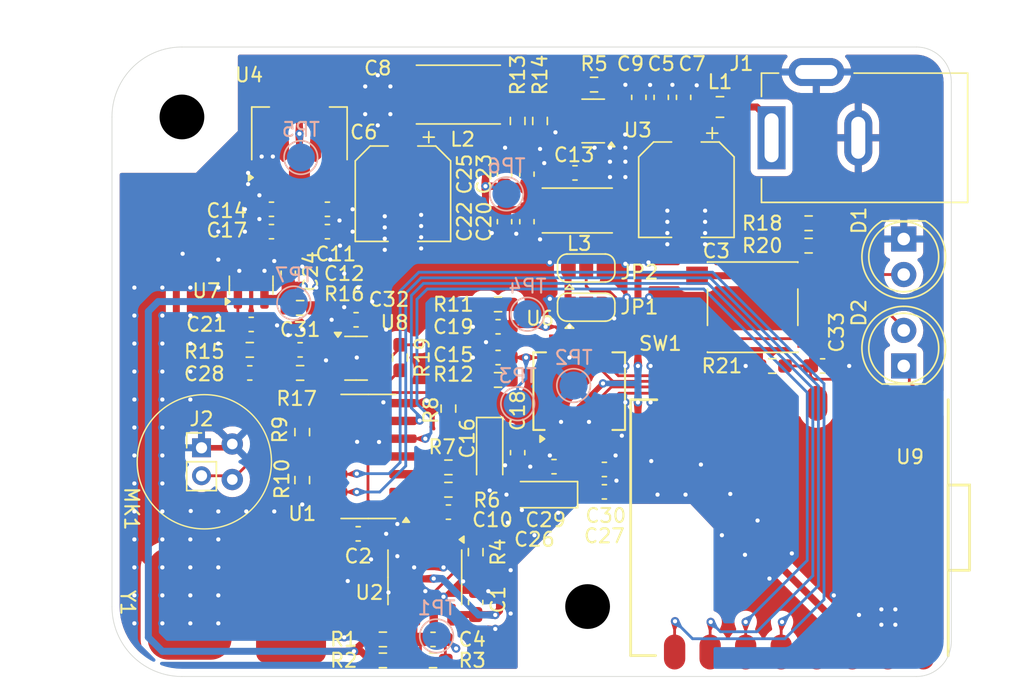
<source format=kicad_pcb>
(kicad_pcb (version 20240108) (generator "pcbnew") (generator_version "8.0")
  (layers (0 "F.Cu" signal) (31 "B.Cu" signal) (34 "B.Paste" user) (35 "F.Paste" user) (36 "B.SilkS" user "B.Silkscreen") (37 "F.SilkS" user "F.Silkscreen") (38 "B.Mask" user) (39 "F.Mask" user) (44 "Edge.Cuts" user))
  (net 0 "")
  (net 1 "VDDA")
  (net 2 "GND")
  (net 3 "Net-(U3-EN)")
  (net 4 "Net-(U2B--)")
  (net 5 "Net-(U4-VI)")
  (net 6 "/AMP_PIEZO")
  (net 7 "Net-(U2A--)")
  (net 8 "Net-(U3-BST)")
  (net 9 "Net-(U3-SW)")
  (net 10 "Net-(U6-VIN_R)")
  (net 11 "Net-(U6-VREF)")
  (net 12 "VDD")
  (net 13 "Net-(U6-VIN_L)")
  (net 14 "VREF")
  (net 15 "Net-(J2-Pin_2)")
  (net 16 "Net-(U8-+)")
  (net 17 "/USR_BTN")
  (net 18 "Net-(D1-A)")
  (net 19 "/USR_LED")
  (net 20 "Net-(D2-A)")
  (net 21 "Net-(J1-Pad1)")
  (net 22 "Net-(JP1-C)")
  (net 23 "Net-(JP2-C)")
  (net 24 "Net-(U2B-+)")
  (net 25 "Net-(U2A-+)")
  (net 26 "Net-(R6-Pad1)")
  (net 27 "Net-(R7-Pad1)")
  (net 28 "Net-(R8-Pad1)")
  (net 29 "Net-(U3-FB)")
  (net 30 "/AMP_MIC")
  (net 31 "Net-(U8--)")
  (net 32 "/GAIN_1000")
  (net 33 "/GAIN_100")
  (net 34 "/GAIN_10")
  (net 35 "/GAIN_1")
  (net 36 "/I2S_LRCK")
  (net 37 "/I2S_BCK")
  (net 38 "/I2S_SCKI")
  (net 39 "/I2S_DOUT")
  (net 40 "Net-(U3-IN)")
  (net 41 "Net-(C4-Pad2)")
  (net 42 "Net-(C6-Pad1)")
  (net 43 "Net-(C28-Pad2)")
  (net 44 "Net-(R10-Pad2)")
  (footprint "Capacitor_SMD:CP_Elec_6.3x7.7" (layer "F.Cu") (at 185.2 46.2875 -90)
    (property "Reference" "C6")
    (property "Value" "220u")
  )
  (footprint "Inductor_SMD:L_Taiyo-Yuden_NR-30xx_HandSoldering" (layer "F.Cu") (at 197.6625 47.4875 180)
    (property "Reference" "L3")
    (property "Value" "VLS3015CX-100M-1")
  )
  (footprint "Package_SO:SSOP-8_3.9x5.05mm_P1.27mm" (layer "F.Cu") (at 186.765 73.71 -90)
    (property "Reference" "U2")
    (property "Value" "TLV6742")
  )
  (footprint "Capacitor_SMD:C_0603_1608Metric_Pad1.08x0.95mm_HandSolder" (layer "F.Cu") (at 181.85 55.3 180)
    (property "Reference" "C32")
    (property "Value" "100n")
  )
  (footprint "Capacitor_SMD:C_0603_1608Metric_Pad1.08x0.95mm_HandSolder" (layer "F.Cu") (at 194.0625 44.8875 90)
    (property "Reference" "C23")
    (property "Value" "10u")
  )
  (footprint "Resistor_SMD:R_0603_1608Metric_Pad0.98x0.95mm_HandSolder" (layer "F.Cu") (at 188.45 65.85)
    (property "Reference" "R7")
    (property "Value" "10k")
  )
  (footprint "Capacitor_SMD:C_0603_1608Metric_Pad1.08x0.95mm_HandSolder" (layer "F.Cu") (at 199.6 67.6)
    (property "Reference" "C27")
    (property "Value" "10u")
  )
  (footprint "Capacitor_SMD:C_0603_1608Metric_Pad1.08x0.95mm_HandSolder" (layer "F.Cu") (at 203.6625 39.4 90)
    (property "Reference" "C5")
    (property "Value" "10u")
  )
  (footprint "Package_TO_SOT_SMD:SOT-23" (layer "F.Cu") (at 174.35 52.8325 90)
    (property "Reference" "U7")
    (property "Value" "REF3025")
  )
  (footprint "Resistor_SMD:R_0603_1608Metric_Pad0.98x0.95mm_HandSolder" (layer "F.Cu") (at 188.45 67.45)
    (property "Reference" "R6")
    (property "Value" "1k")
  )
  (footprint "Capacitor_SMD:CP_Elec_6.3x7.7" (layer "F.Cu") (at 205.4625 46 -90)
    (property "Reference" "C3")
    (property "Value" "220u")
  )
  (footprint "Package_TO_SOT_SMD:SOT-223-3_TabPin2" (layer "F.Cu") (at 177.8 42 90)
    (property "Reference" "U4")
    (property "Value" "LD1117S50TR_SOT223")
  )
  (footprint "Capacitor_SMD:C_0603_1608Metric_Pad1.08x0.95mm_HandSolder" (layer "F.Cu") (at 175.8 49 180)
    (property "Reference" "C17")
    (property "Value" "10u")
  )
  (footprint "Capacitor_SMD:C_0603_1608Metric_Pad1.08x0.95mm_HandSolder" (layer "F.Cu") (at 192 58 180)
    (property "Reference" "C15")
    (property "Value" "10n")
  )
  (footprint "Capacitor_SMD:C_0603_1608Metric_Pad1.08x0.95mm_HandSolder" (layer "F.Cu") (at 188.45 69.05)
    (property "Reference" "C10")
    (property "Value" "22p")
  )
  (footprint "Resistor_SMD:R_0603_1608Metric_Pad0.98x0.95mm_HandSolder" (layer "F.Cu") (at 193.4 41.0875 90)
    (property "Reference" "R13")
    (property "Value" "100k")
  )
  (footprint "Resistor_SMD:R_0603_1608Metric_Pad0.98x0.95mm_HandSolder" (layer "F.Cu") (at 211.6 58.6)
    (property "Reference" "R21")
    (property "Value" "100k")
  )
  (footprint "Resistor_SMD:R_0603_1608Metric_Pad0.98x0.95mm_HandSolder" (layer "F.Cu") (at 214.2 50)
    (property "Reference" "R20")
    (property "Value" "1k")
  )
  (footprint "Capacitor_SMD:C_0603_1608Metric_Pad1.08x0.95mm_HandSolder" (layer "F.Cu") (at 193.4 64.8 -90)
    (property "Reference" "C18")
    (property "Value" "100n")
  )
  (footprint "Capacitor_SMD:C_0603_1608Metric_Pad1.08x0.95mm_HandSolder" (layer "F.Cu") (at 179.8 49)
    (property "Reference" "C12")
    (property "Value" "1u")
  )
  (footprint "Capacitor_SMD:C_0603_1608Metric_Pad1.08x0.95mm_HandSolder" (layer "F.Cu") (at 192.4625 48.2875 -90)
    (property "Reference" "C22")
    (property "Value" "10u")
  )
  (footprint "LED_THT:LED_D5.0mm" (layer "F.Cu") (at 221 49.525 -90)
    (property "Reference" "D1")
    (property "Value" "PWR")
  )
  (footprint "Resistor_SMD:R_0603_1608Metric_Pad0.98x0.95mm_HandSolder" (layer "F.Cu") (at 192 54.2 180)
    (property "Reference" "R11")
    (property "Value" "1k")
  )
  (footprint "Connector_PinHeader_2.00mm:PinHeader_1x02_P2.00mm_Vertical" (layer "F.Cu") (at 170.8 64.45)
    (property "Reference" "J2")
    (property "Value" "Conn_01x02_Socket")
  )
  (footprint "Package_TO_SOT_SMD:TSOT-23-6" (layer "F.Cu") (at 198.8 41.0875 180)
    (property "Reference" "U3")
    (property "Value" "MT1470")
  )
  (footprint "proj_lib:NFM21PC" (layer "F.Cu") (at 183.4 39.6 90)
    (property "Reference" "C8")
    (property "Value" "NFM21PC105B1A3")
  )
  (footprint "proj_lib:DGO9465CD" (layer "F.Cu") (at 171 65.45 -90)
    (property "Reference" "MK1")
    (property "Value" "Microphone")
  )
  (footprint "MountingHole:MountingHole_3.2mm_M3" (layer "F.Cu") (at 198.4 75.8)
    (property "Reference" "REF**" (hide yes))
    (property "Value" "MountingHole_3.2mm_M3")
  )
  (footprint "Resistor_SMD:R_0603_1608Metric_Pad0.98x0.95mm_HandSolder" (layer "F.Cu") (at 187.35 79.65)
    (property "Reference" "R3")
    (property "Value" "1k")
  )
  (footprint "Resistor_SMD:R_0603_1608Metric_Pad0.98x0.95mm_HandSolder" (layer "F.Cu") (at 183.765 78.15)
    (property "Reference" "R1")
    (property "Value" "10M")
  )
  (footprint "Resistor_SMD:R_0603_1608Metric_Pad0.98x0.95mm_HandSolder" (layer "F.Cu") (at 198.8625 38.4875 180)
    (property "Reference" "R5")
    (property "Value" "100k")
  )
  (footprint "Capacitor_SMD:C_0603_1608Metric_Pad1.08x0.95mm_HandSolder" (layer "F.Cu") (at 215.2 58.6)
    (property "Reference" "C33")
    (property "Value" "1u")
  )
  (footprint "Capacitor_SMD:C_0603_1608Metric_Pad1.08x0.95mm_HandSolder" (layer "F.Cu") (at 174.25 59.1)
    (property "Reference" "C28")
    (property "Value" "1u")
  )
  (footprint "Capacitor_SMD:C_0603_1608Metric_Pad1.08x0.95mm_HandSolder" (layer "F.Cu") (at 177 51.97 90)
    (property "Reference" "C24")
    (property "Value" "1u")
  )
  (footprint "Resistor_SMD:R_0603_1608Metric_Pad0.98x0.95mm_HandSolder" (layer "F.Cu") (at 195 41.0875 -90)
    (property "Reference" "R14")
    (property "Value" "33k")
  )
  (footprint "Capacitor_SMD:C_0603_1608Metric_Pad1.08x0.95mm_HandSolder" (layer "F.Cu") (at 202.0625 39.4 90)
    (property "Reference" "C9")
    (property "Value" "1u")
  )
  (footprint "Capacitor_Tantalum_SMD:CP_EIA-3216-12_Kemet-S_Pad1.58x1.35mm_HandSolder" (layer "F.Cu") (at 195.2 67.8 180)
    (property "Reference" "C26")
    (property "Value" "10u")
  )
  (footprint "Jumper:SolderJumper-3_P1.3mm_Open_RoundedPad1.0x1.5mm" (layer "F.Cu") (at 198.3 54.4)
    (property "Reference" "JP1")
    (property "Value" "MD1")
  )
  (footprint "Capacitor_SMD:C_0603_1608Metric_Pad1.08x0.95mm_HandSolder" (layer "F.Cu") (at 194.0625 48.2875 -90)
    (property "Reference" "C20")
    (property "Value" "10u")
  )
  (footprint "Resistor_SMD:R_0603_1608Metric_Pad0.98x0.95mm_HandSolder" (layer "F.Cu") (at 174.25 57.45)
    (property "Reference" "R15")
    (property "Value" "2.2k")
  )
  (footprint "Button_Switch_SMD:SW_Push_1P1T_NO_6x6mm_H9.5mm" (layer "F.Cu") (at 210.2 54.4)
    (property "Reference" "SW1")
    (property "Value" "SW_Push")
  )
  (footprint "Resistor_SMD:R_0603_1608Metric_Pad0.98x0.95mm_HandSolder" (layer "F.Cu") (at 177.85 59.1 180)
    (property "Reference" "R17")
    (property "Value" "1k")
  )
  (footprint "Capacitor_SMD:C_0603_1608Metric_Pad1.08x0.95mm_HandSolder" (layer "F.Cu") (at 192 55.8 180)
    (property "Reference" "C19")
    (property "Value" "10n")
  )
  (footprint "Capacitor_SMD:C_0603_1608Metric_Pad1.08x0.95mm_HandSolder" (layer "F.Cu") (at 197.5 44.8)
    (property "Reference" "C13")
    (property "Value" "1u")
  )
  (footprint "MountingHole:MountingHole_3.2mm_M3_ISO7380" (layer "F.Cu") (at 169.4 40.8)
    (property "Reference" "REF**" (hide yes))
    (property "Value" "MountingHole_3.2mm_M3_ISO7380")
  )
  (footprint "Package_TO_SOT_SMD:SOT-23-5" (layer "F.Cu") (at 181.85 58.05)
    (property "Reference" "U8")
    (property "Value" "LMV321")
  )
  (footprint "Resistor_SMD:R_0603_1608Metric_Pad0.98x0.95mm_HandSolder" (layer "F.Cu") (at 184.9875 58 -90)
    (property "Reference" "R19")
    (property "Value" "100k")
  )
  (footprint "proj_lib:ESP32C3-supermini" (layer "F.Cu") (at 222.4 61.27 -90)
    (property "Reference" "U9")
    (property "Value" "ESP32C3 supermini")
  )
  (footprint "Capacitor_SMD:C_0805_2012Metric" (layer "F.Cu") (at 207.8625 40.0875 180)
    (property "Reference" "L1")
    (property "Value" "BLM21AG102SN1D")
  )
  (footprint "Resistor_SMD:R_0603_1608Metric_Pad0.98x0.95mm_HandSolder" (layer "F.Cu") (at 192 59.6 180)
    (property "Reference" "R12")
    (property "Value" "2.2k")
  )
  (footprint "Inductor_SMD:L_Taiyo-Yuden_NR-40xx_HandSoldering" (layer "F.Cu") (at 189.1625 39.2 180)
    (property "Reference" "L2")
    (property "Value" "LQH44NN101K03L")
  )
  (footprint "Capacitor_SMD:C_0603_1608Metric_Pad1.08x0.95mm_HandSolder" (layer "F.Cu") (at 190.4 75.51 90)
    (property "Reference" "C1")
    (property "Value" "100n")
  )
  (footprint "Resistor_SMD:R_0603_1608Metric_Pad0.98x0.95mm_HandSolder" (layer "F.Cu") (at 190.4 71.91 -90)
    (property "Reference" "R4")
    (property "Value" "100")
  )
  (footprint "Resistor_SMD:R_0603_1608Metric_Pad0.98x0.95mm_HandSolder" (layer "F.Cu") (at 177.85 54.45 180)
    (property "Reference" "R16")
    (property "Value" "100R")
  )
  (footprint "Resistor_SMD:R_0603_1608Metric_Pad0.98x0.95mm_HandSolder" (layer "F.Cu") (at 214.2 48.4)
    (property "Reference" "R18")
    (property "Value" "1k")
  )
  (footprint "Capacitor_SMD:C_0603_1608Metric_Pad1.08x0.95mm_HandSolder" (layer "F.Cu") (at 177.85 57.45)
    (property "Reference" "C31")
    (property "Value" "100n")
  )
  (footprint "Capacitor_SMD:C_0603_1608Metric_Pad1.08x0.95mm_HandSolder" (layer "F.Cu") (at 175.8 47.4 180)
    (property "Reference" "C14")
    (property "Value" "1u")
  )
  (footprint "LED_THT:LED_D5.0mm" (layer "F.Cu") (at 221 58.6 90)
    (property "Reference" "D2")
    (property "Value" "USR")
  )
  (footprint "Package_SO:SO-14_3.9x8.65mm_P1.27mm" (layer "F.Cu") (at 182.725 65.07 180)
    (property "Reference" "U1")
    (property "Value" "SN74HC4066")
  )
  (footprint "Jumper:SolderJumper-3_P1.3mm_Open_RoundedPad1.0x1.5mm" (layer "F.Cu") (at 198.3 51.6)
    (property "Reference" "JP2")
    (property "Value" "MD0")
  )
  (footprint "Connector_BarrelJack:BarrelJack_Kycon_KLDX-0202-xC_Horizontal" (layer "F.Cu") (at 211.55 42.2875 180)
    (property "Reference" "J1")
    (property "Value" "KLS1-DC-005A ")
  )
  (footprint "Capacitor_SMD:C_0603_1608Metric_Pad1.08x0.95mm_HandSolder" (layer "F.Cu") (at 182 70.6)
    (property "Reference" "C2")
    (property "Value" "100n")
  )
  (footprint "Capacitor_SMD:C_0603_1608Metric_Pad1.08x0.95mm_HandSolder" (layer "F.Cu") (at 187.35 78.15)
    (property "Reference" "C4")
    (property "Value" "22p")
  )
  (footprint "Resistor_SMD:R_0603_1608Metric_Pad0.98x0.95mm_HandSolder" (layer "F.Cu") (at 188.45 61.65 -90)
    (property "Reference" "R8")
    (property "Value" "1k")
  )
  (footprint "Capacitor_SMD:C_0603_1608Metric_Pad1.08x0.95mm_HandSolder" (layer "F.Cu") (at 179.8 47.4)
    (property "Reference" "C11")
    (property "Value" "10u")
  )
  (footprint "proj_lib:Shielded cable 2pin" (layer "F.Cu") (at 177.2 75.6 -90)
    (property "Reference" "Y1")
    (property "Value" "Crystal_GND3")
  )
  (footprint "Capacitor_SMD:C_0603_1608Metric_Pad1.08x0.95mm_HandSolder" (layer "F.Cu") (at 192.4625 44.8875 90)
    (property "Reference" "C25")
    (property "Value" "10u")
  )
  (footprint "Resistor_SMD:R_0603_1608Metric_Pad0.98x0.95mm_HandSolder" (layer "F.Cu") (at 178 63.33 90)
    (property "Reference" "R9")
    (property "Value" "100R")
  )
  (footprint "Resistor_SMD:R_0603_1608Metric_Pad0.98x0.95mm_HandSolder" (layer "F.Cu") (at 183.765 79.65)
    (property "Reference" "R2")
    (property "Value" "10")
  )
  (footprint "Package_SO:SSOP-14_5.3x6.2mm_P0.65mm" (layer "F.Cu") (at 197.8 60.4 90)
    (property "Reference" "U6")
    (property "Value" "PCM1808")
  )
  (footprint "Capacitor_SMD:C_0603_1608Metric_Pad1.08x0.95mm_HandSolder" (layer "F.Cu") (at 196 65.8 180)
    (property "Reference" "C29")
    (property "Value" "100n")
  )
  (footprint "Capacitor_SMD:C_0603_1608Metric_Pad1.08x0.95mm_HandSolder" (layer "F.Cu") (at 205.2625 39.4 90)
    (property "Reference" "C7")
    (property "Value" "10u")
  )
  (footprint "Capacitor_Tantalum_SMD:CP_EIA-3216-12_Kemet-S_Pad1.58x1.35mm_HandSolder" (layer "F.Cu") (at 191.4 64.77 -90)
    (property "Reference" "C16")
    (property "Value" "10u")
  )
  (footprint "Resistor_SMD:R_0603_1608Metric_Pad0.98x0.95mm_HandSolder" (layer "F.Cu") (at 178 66.76 90)
    (property "Reference" "R10")
    (property "Value" "11R")
  )
  (footprint "Capacitor_SMD:C_0603_1608Metric_Pad1.08x0.95mm_HandSolder" (layer "F.Cu") (at 199.6 66)
    (property "Reference" "C30")
    (property "Value" "100n")
  )
  (footprint "Capacitor_SMD:C_0603_1608Metric_Pad1.08x0.95mm_HandSolder" (layer "F.Cu") (at 174.35 55.6325)
    (property "Reference" "C21")
    (property "Value" "1u")
  )
  (footprint "TestPoint:TestPoint_Pad_D2.0mm" (layer "B.Cu") (at 177.4 54.1 180)
    (property "Reference" "TP7")
    (property "Value" "TestPoint")
  )
  (footprint "TestPoint:TestPoint_Pad_D2.0mm" (layer "B.Cu") (at 187.6 77.9 180)
    (property "Reference" "TP1")
    (property "Value" "TestPoint")
  )
  (footprint "TestPoint:TestPoint_Pad_D2.0mm" (layer "B.Cu") (at 192.6 46.3 180)
    (property "Reference" "TP6")
    (property "Value" "TestPoint")
  )
  (footprint "TestPoint:TestPoint_Pad_D2.0mm" (layer "B.Cu") (at 197.4 60 180)
    (property "Reference" "TP2")
    (property "Value" "TestPoint")
  )
  (footprint "TestPoint:TestPoint_Pad_D2.0mm" (layer "B.Cu") (at 193.4 61.3 180)
    (property "Reference" "TP3")
    (property "Value" "TestPoint")
  )
  (footprint "TestPoint:TestPoint_Pad_D2.0mm" (layer "B.Cu") (at 194.1 54.9 180)
    (property "Reference" "TP4")
    (property "Value" "TestPoint")
  )
  (footprint "TestPoint:TestPoint_Pad_D2.0mm" (layer "B.Cu") (at 177.9 43.7 180)
    (property "Reference" "TP5")
    (property "Value" "TestPoint")
  )
  (gr_arc (start 164.4 40.8) (mid 165.864466 37.264466) (end 169.4 35.8) (stroke (width 0.05)) (layer "Edge.Cuts"))
  (gr_line (start 164.4 75.8) (end 164.4 40.8) (stroke (width 0.05)) (layer "Edge.Cuts"))
  (gr_line (start 224.4 38.3) (end 224.4 78.3) (stroke (width 0.05)) (layer "Edge.Cuts"))
  (gr_line (start 221.9 80.8) (end 169.4 80.8) (stroke (width 0.05)) (layer "Edge.Cuts"))
  (gr_arc (start 224.4 78.3) (mid 223.667767 80.067767) (end 221.9 80.8) (stroke (width 0.05)) (layer "Edge.Cuts"))
  (gr_line (start 169.4 35.8) (end 221.9 35.8) (stroke (width 0.05)) (layer "Edge.Cuts"))
  (gr_arc (start 221.9 35.8) (mid 223.667767 36.532233) (end 224.4 38.3) (stroke (width 0.05)) (layer "Edge.Cuts"))
  (gr_arc (start 169.4 80.8) (mid 165.864466 79.335534) (end 164.4 75.8) (stroke (width 0.05)) (layer "Edge.Cuts"))
  (segment (start 196.8625 65.8) (end 196.8625 67.575) (width 0.4) (layer "F.Cu") (net 1))
  (segment (start 176.755919 49) (end 182.7125 54.956581) (width 0.5) (layer "F.Cu") (net 1))
  (segment (start 192.1 71.9) (end 192.1 76.1) (width 0.5) (layer "F.Cu") (net 1))
  (segment (start 176.6625 49) (end 176.755919 49) (width 0.5) (layer "F.Cu") (net 1))
  (segment (start 169.1 56) (end 173.12 56) (width 0.5) (layer "F.Cu") (net 1))
  (segment (start 181.8 69.9375) (end 181.1375 70.6) (width 0.5) (layer "F.Cu") (net 1))
  (segment (start 196.6375 67.8) (end 196.2 67.8) (width 0.5) (layer "F.Cu") (net 1))
  (segment (start 169.553406 70) (end 169 69.446594) (width 0.5) (layer "F.Cu") (net 1))
  (segment (start 171.8 50) (end 175.7 50) (width 0.5) (layer "F.Cu") (net 1))
  (segment (start 196.2 67.8) (end 192.1 71.9) (width 0.5) (layer "F.Cu") (net 1))
  (segment (start 173.12 56) (end 173.4875 55.6325) (width 0.5) (layer "F.Cu") (net 1))
  (segment (start 173.4 55.545) (end 173.4875 55.6325) (width 0.2) (layer "F.Cu") (net 1))
  (segment (start 180 70.8) (end 180 70.9) (width 0.5) (layer "F.Cu") (net 1))
  (segment (start 180 71.2) (end 180 70.9) (width 0.5) (layer "F.Cu") (net 1))
  (segment (start 177.8 45.15) (end 177.8 42) (width 0.5) (layer "F.Cu") (net 1))
  (segment (start 169 52.8) (end 171.8 50) (width 0.5) (layer "F.Cu") (net 1))
  (segment (start 182.9875 55.575) (end 182.9875 57.1) (width 0.5) (layer "F.Cu") (net 1))
  (segment (start 180.25 68.88) (end 181.48 68.88) (width 0.5) (layer "F.Cu") (net 1))
  (segment (start 169 56.1) (end 169.1 56) (width 0.5) (layer "F.Cu") (net 1))
  (segment (start 191.8 76.4) (end 191.8275 76.3725) (width 0.5) (layer "F.Cu") (net 1))
  (segment (start 181.8 69.2) (end 181.8 69.9375) (width 0.5) (layer "F.Cu") (net 1))
  (segment (start 181.48 68.88) (end 181.8 69.2) (width 0.5) (layer "F.Cu") (net 1))
  (segment (start 173.4 53.77) (end 173.4 55.545) (width 0.2) (layer "F.Cu") (net 1))
  (segment (start 192.1 76.1) (end 191.8275 76.3725) (width 0.5) (layer "F.Cu") (net 1))
  (segment (start 169 69.446594) (end 169 55.8) (width 0.5) (layer "F.Cu") (net 1))
  (segment (start 187.378588 73.821412) (end 182.621412 73.821412) (width 0.5) (layer "F.Cu") (net 1))
  (segment (start 176.6625 47.4) (end 176.6625 46.5375) (width 0.5) (layer "F.Cu") (net 1))
  (segment (start 169 55.8) (end 169 52.8) (width 0.5) (layer "F.Cu") (net 1))
  (segment (start 175.7 50) (end 176.6625 49.0375) (width 0.5) (layer "F.Cu") (net 1))
  (segment (start 181.1375 70.6) (end 180.2 70.6) (width 0.5) (layer "F.Cu") (net 1))
  (segment (start 177.8 38.85) (end 177.8 42) (width 0.5) (layer "F.Cu") (net 1))
  (segment (start 197.15 65.5125) (end 196.8625 65.8) (width 0.4) (layer "F.Cu") (net 1))
  (segment (start 196.8625 67.575) (end 196.6375 67.8) (width 0.4) (layer "F.Cu") (net 1))
  (segment (start 187.4 73.8) (end 187.378588 73.821412) (width 0.5) (layer "F.Cu") (net 1))
  (segment (start 188.6825 76.3725) (end 188.67 76.385) (width 0.5) (layer "F.Cu") (net 1))
  (segment (start 191.8275 76.3725) (end 190.4 76.3725) (width 0.5) (layer "F.Cu") (net 1))
  (segment (start 177.8 45.4) (end 177.8 45.15) (width 0.5) (layer "F.Cu") (net 1))
  (segment (start 197.15 63.85) (end 197.15 65.5125) (width 0.4) (layer "F.Cu") (net 1))
  (segment (start 180.2 70.6) (end 179.6 70) (width 0.5) (layer "F.Cu") (net 1))
  (segment (start 176.6625 46.5375) (end 177.8 45.4) (width 0.5) (layer "F.Cu") (net 1))
  (segment (start 175.1625 57.3075) (end 173.4875 55.6325) (width 0.2) (layer "F.Cu") (net 1))
  (segment (start 175.1625 57.45) (end 175.1625 57.3075) (width 0.2) (layer "F.Cu") (net 1))
  (segment (start 180.2 70.6) (end 180 70.8) (width 0.5) (layer "F.Cu") (net 1))
  (segment (start 176.6625 49.0375) (end 176.6625 49) (width 0.5) (layer "F.Cu") (net 1))
  (segment (start 182.621412 73.821412) (end 180 71.2) (width 0.5) (layer "F.Cu") (net 1))
  (segment (start 182.7125 54.956581) (end 182.7125 55.3) (width 0.5) (layer "F.Cu") (net 1))
  (segment (start 179.6 70) (end 169.553406 70) (width 0.5) (layer "F.Cu") (net 1))
  (segment (start 182.7125 55.3) (end 182.9875 55.575) (width 0.5) (layer "F.Cu") (net 1))
  (segment (start 180 70.9) (end 180 70.4) (width 0.5) (layer "F.Cu") (net 1))
  (segment (start 176.6625 49) (end 176.6625 47.4) (width 0.5) (layer "F.Cu") (net 1))
  (segment (start 190.4 76.3725) (end 188.6825 76.3725) (width 0.5) (layer "F.Cu") (net 1))
  (via (at 191.8 76.4) (size 0.6) (drill 0.3) (layers "F.Cu" "B.Cu") (net 1))
  (via (at 187.4 73.8) (size 0.6) (drill 0.3) (layers "F.Cu" "B.Cu") (net 1))
  (via (at 177.8 42) (size 0.6) (drill 0.3) (layers "F.Cu" "B.Cu") (net 1))
  (segment (start 190.6 76.4) (end 191.8 76.4) (width 0.5) (layer "B.Cu") (net 1))
  (segment (start 177.9 42.1) (end 177.8 42) (width 0.2) (layer "B.Cu") (net 1))
  (segment (start 187.4 73.8) (end 188 73.8) (width 0.5) (layer "B.Cu") (net 1))
  (segment (start 188 73.8) (end 190.6 76.4) (width 0.5) (layer "B.Cu") (net 1))
  (segment (start 177.9 43.7) (end 177.9 42.1) (width 0.2) (layer "B.Cu") (net 1))
  (segment (start 184.435 70.6) (end 184 70.6) (width 0.5) (layer "F.Cu") (net 2))
  (segment (start 175.46875 44.8) (end 174.13125 44.8) (width 0.4) (layer "F.Cu") (net 2))
  (segment (start 170.8 64.45) (end 170.8 61.8) (width 0.4) (layer "F.Cu") (net 2))
  (segment (start 193.7625 67.8) (end 194.3 67.2625) (width 0.4) (layer "F.Cu") (net 2))
  (segment (start 180.6625 47.4) (end 181.6 47.4) (width 0.5) (layer "F.Cu") (net 2))
  (segment (start 173.9 49) (end 174.9 49) (width 0.5) (layer "F.Cu") (net 2))
  (segment (start 197.1 56.1) (end 197.1 55.8) (width 0.2) (layer "F.Cu") (net 2))
  (segment (start 197.15 56.15) (end 197.15 56.95) (width 0.2) (layer "F.Cu") (net 2))
  (segment (start 205.4625 49.1) (end 206.8 49.1) (width 0.4) (layer "F.Cu") (net 2))
  (segment (start 196.1 65) (end 196 65.1) (width 0.4) (layer "F.Cu") (net 2))
  (segment (start 196.1 65) (end 195.3 65.8) (width 0.4) (layer "F.Cu") (net 2))
  (segment (start 200 45.1) (end 200 44) (width 0.4) (layer "F.Cu") (net 2))
  (segment (start 185.2 61.26) (end 183.86 61.26) (width 0.5) (layer "F.Cu") (net 2))
  (segment (start 201.1 43) (end 201.1 42) (width 0.4) (layer "F.Cu") (net 2))
  (segment (start 170.8 61.8) (end 170 61) (width 0.4) (layer "F.Cu") (net 2))
  (segment (start 216.0625 58.6) (end 217.1 58.6) (width 0.5) (layer "F.Cu") (net 2))
  (segment (start 205.4375 49.9) (end 204.1 49.9) (width 0.4) (layer "F.Cu") (net 2))
  (segment (start 191.1375 55.8) (end 190.2 55.8) (width 0.5) (layer "F.Cu") (net 2))
  (segment (start 197.15 56.15) (end 197.1 56.1) (width 0.2) (layer "F.Cu") (net 2))
  (segment (start 174.9375 45.7125) (end 175.5 45.15) (width 0.5) (layer "F.Cu") (net 2))
  (segment (start 183.40193 38.617613) (end 184.30193 38.617613) (width 0.4) (layer "F.Cu") (net 2))
  (segment (start 180.9875 55.3) (end 180.9875 54.4125) (width 0.5) (layer "F.Cu") (net 2))
  (segment (start 200.4625 65) (end 200.4 65) (width 0.5) (layer "F.Cu") (net 2))
  (segment (start 180.7125 58.05) (end 181.85 58.05) (width 0.5) (layer "F.Cu") (net 2))
  (segment (start 195 43.0875) (end 194.0625 44.025) (width 0.4) (layer "F.Cu") (net 2))
  (segment (start 194.0625 44.025) (end 192.4625 44.025) (width 0.4) (layer "F.Cu") (net 2))
  (segment (start 191.1375 58) (end 190.2 58) (width 0.5) (layer "F.Cu") (net 2))
  (segment (start 172.73 64.45) (end 173 64.18) (width 0.4) (layer "F.Cu") (net 2))
  (segment (start 193.4 65.6625) (end 194.1625 65.6625) (width 0.4) (layer "F.Cu") (net 2))
  (segment (start 183.40193 38.617613) (end 183.40193 37.817613) (width 0.4) (layer "F.Cu") (net 2))
  (segment (start 201.1375 38.5375) (end 201.1 38.5) (width 0.4) (layer "F.Cu") (net 2))
  (segment (start 185.1625 48.6) (end 186.5 48.6) (width 0.4) (layer "F.Cu") (net 2))
  (segment (start 175.9925 51.1075) (end 175.3 51.8) (width 0.5) (layer "F.Cu") (net 2))
  (segment (start 202.894966 38.5375) (end 205.2625 38.5375) (width 0.4) (layer "F.Cu") (net 2))
  (segment (start 200.4625 67.6) (end 200.4625 66) (width 0.5) (layer "F.Cu") (net 2))
  (segment (start 185.1625 49.4) (end 186.5 49.4) (width 0.4) (layer "F.Cu") (net 2))
  (segment (start 186.74 61.26) (end 186.9 61.1) (width 0.5) (layer "F.Cu") (net 2))
  (segment (start 184.86 71.025) (end 184.435 70.6) (width 0.5) (layer "F.Cu") (net 2))
  (segment (start 198.45 62.65) (end 198.5 62.6) (width 0.4) (layer "F.Cu") (net 2))
  (segment (start 179.85 58.05) (end 180.7125 58.05) (width 0.5) (layer "F.Cu") (net 2))
  (segment (start 191.1375 58) (end 191.1375 55.8) (width 0.5) (layer "F.Cu") (net 2))
  (segment (start 198.8 65) (end 200.4 65) (width 0.4) (layer "F.Cu") (net 2))
  (segment (start 185.2375 49.5) (end 183.9 49.5) (width 0.4) (layer "F.Cu") (net 2))
  (segment (start 194.0625 44.025) (end 195.225 44.025) (width 0.4) (layer "F.Cu") (net 2))
  (segment (start 183.4 40.6) (end 184.3 40.6) (width 0.4) (layer "F.Cu") (net 2))
  (segment (start 201.086556 42.055971) (end 199.986556 42.055971) (width 0.4) (layer "F.Cu") (net 2))
  (segment (start 202.0625 38.5375) (end 202.840048 38.5375) (width 0.4) (layer "F.Cu") (net 2))
  (segment (start 184.86 71.035) (end 184.86 69.96) (width 0.5) (layer "F.Cu") (net 2))
  (segment (start 192.4625 43.0375) (end 192.5 43) (width 0.4) (layer "F.Cu") (net 2))
  (segment (start 184.86 72.14) (end 184.8 72.2) (width 0.5) (layer "F.Cu") (net 2))
  (segment (start 185.2375 50.3) (end 183.9 50.3) (width 0.4) (layer "F.Cu") (net 2))
  (segment (start 175.1 44.96875) (end 175.1 43.63125) (width 0.4) (layer "F.Cu") (net 2))
  (segment (start 190.4 74.6475) (end 190.1475 74.6475) (width 0.5) (layer "F.Cu") (net 2))
  (segment (start 193.4 65.6625) (end 192.5375 65.6625) (width 0.4) (layer "F.Cu") (net 2))
  (segment (start 174.9375 46.4) (end 174.9375 47.4) (width 0.5) (layer "F.Cu") (net 2))
  (segment (start 177 51.1075) (end 175.9925 51.1075) (width 0.5) (layer "F.Cu") (net 2))
  (segment (start 174.35 51.895) (end 173.595 51.895) (width 0.5) (layer "F.Cu") (net 2))
  (segment (start 195 42) (end 196 42) (width 0.4) (layer "F.Cu") (net 2))
  (segment (start 210.6875 58.6) (end 209.7 58.6) (width 0.5) (layer "F.Cu") (net 2))
  (segment (start 205.4625 48.7) (end 205.4625 47.5) (width 0.4) (layer "F.Cu") (net 2))
  (segment (start 200 43) (end 200 44) (width 0.4) (layer "F.Cu") (net 2))
  (segment (start 205.4625 47.5) (end 206.8 47.5) (width 0.4) (layer "F.Cu") (net 2))
  (segment (start 174.9375 47.4) (end 174.9375 49) (width 0.5) (layer "F.Cu") (net 2))
  (segment (start 191.2475 74.6475) (end 191.3 74.7) (width 0.5) (layer "F.Cu") (net 2))
  (segment (start 196.5 64.6) (end 196.1 65) (width 0.4) (layer "F.Cu") (net 2))
  (segment (start 196 42) (end 196.1 41.9) (width 0.4) (layer "F.Cu") (net 2))
  (segment (start 194.0625 49.15) (end 194.6 49.15) (width 0.4) (layer "F.Cu") (net 2))
  (segment (start 176.9875 56.4125) (end 177 56.4) (width 0.5) (layer "F.Cu") (net 2))
  (segment (start 195 42) (end 195 43.0875) (width 0.4) (layer "F.Cu") (net 2))
  (segment (start 191.4 66.2075) (end 191.9075 65.7) (width 0.4) (layer "F.Cu") (net 2))
  (segment (start 178 67.6725) (end 178 68.5) (width 0.5) (layer "F.Cu") (net 2))
  (segment (start 192.4625 49.15) (end 194.0625 49.15) (width 0.4) (layer "F.Cu") (net 2))
  (segment (start 196.5 63.85) (end 196.5 62.6) (width 0.4) (layer "F.Cu") (net 2))
  (segment (start 194.3 67.2625) (end 194.3 65.8) (width 0.4) (layer "F.Cu") (net 2))
  (segment (start 192.4625 44.025) (end 192.4625 43.0375) (width 0.4) (layer "F.Cu") (net 2))
  (segment (start 170.8 64.45) (end 172.73 64.45) (width 0.4) (layer "F.Cu") (net 2))
  (segment (start 182.8625 70.6) (end 184 70.6) (width 0.5) (layer "F.Cu") (net 2))
  (segment (start 190.4 74.6475) (end 191.2475 74.6475) (width 0.5) (layer "F.Cu") (net 2))
  (segment (start 184.86 71.035) (end 184.86 72.14) (width 0.5) (layer "F.Cu") (net 2))
  (segment (start 205.4375 49.1) (end 204.1 49.1) (width 0.4) (layer "F.Cu") (net 2))
  (segment (start 196 65.1) (end 195.8 65.1) (width 0.4) (layer "F.Cu") (net 2))
  (segment (start 174.9375 46.4) (end 174.9375 45.7125) (width 0.5) (layer "F.Cu") (net 2))
  (segment (start 194.6 49.15) (end 195 49.55) (width 0.4) (layer "F.Cu") (net 2))
  (segment (start 199.6 54.5) (end 200.3 55.2) (width 0.2) (layer "F.Cu") (net 2))
  (segment (start 198.45 63.85) (end 198.45 62.65) (width 0.4) (layer "F.Cu") (net 2))
  (segment (start 195.225 44.025) (end 195.3 44.1) (width 0.4) (layer "F.Cu") (net 2))
  (segment (start 198.9 43) (end 200 43) (width 0.4) (layer "F.Cu") (net 2))
  (segment (start 174.35 51.895) (end 175.205 51.895) (width 0.5) (layer "F.Cu") (net 2))
  (segment (start 181.85 58.05) (end 181.9 58) (width 0.5) (layer "F.Cu") (net 2))
  (segment (start 175.46875 45.6) (end 174.13125 45.6) (width 0.4) (layer "F.Cu") (net 2))
  (segment (start 176.9875 57.45) (end 176.9875 56.4125) (width 0.5) (layer "F.Cu") (net 2))
  (segment (start 195.3 65.8) (end 195.1375 65.8) (width 0.4) (layer "F.Cu") (net 2))
  (segment (start 205.4625 49.9) (end 206.8 49.9) (width 0.4) (layer "F.Cu") (net 2))
  (segment (start 180.9875 54.4125) (end 181 54.4) (width 0.5) (layer "F.Cu") (net 2))
  (segment (start 200 42.1) (end 199.9375 42.0375) (width 0.4) (layer "F.Cu") (net 2))
  (segment (start 205.4375 48.3) (end 204.1 48.3) (width 0.4) (layer "F.Cu") (net 2))
  (segment (start 175.205 51.895) (end 175.3 51.8) (width 0.5) (layer "F.Cu") (net 2))
  (segment (start 176.1325 55.6325) (end 176.2 55.7) (width 0.5) (layer "F.Cu") (net 2))
  (segment (start 200.4625 66) (end 200.4625 65) (width 0.5) (layer "F.Cu") (net 2))
  (segment (start 201.1 43) (end 200 43) (width 0.4) (layer "F.Cu") (net 2))
  (segment (start 180.6625 49) (end 181.6 49) (width 0.5) (layer "F.Cu") (net 2))
  (segment (start 184.86 71.035) (end 184.86 71.025) (width 0.5) (layer "F.Cu") (net 2))
  (segment (start 191.6 49.15) (end 191.55 49.1) (width 0.4) (layer "F.Cu") (net 2))
  (segment (start 184.86 69.96) (end 184.8 69.9) (width 0.5) (layer "F.Cu") (net 2))
  (segment (start 199.6 54.4) (end 199.6 54.5) (width 0.2) (layer "F.Cu") (net 2))
  (segment (start 195.7 54.7) (end 197.15 56.15) (width 0.2) (layer "F.Cu") (net 2))
  (segment (start 183.4 40.6) (end 182.5 40.6) (width 0.4) (layer "F.Cu") (net 2))
  (segment (start 193.7625 67.8) (end 193.7625 68.8375) (width 0.4) (layer "F.Cu") (net 2))
  (segment (start 205.4625 48.3) (end 206.8 48.3) (width 0.4) (layer "F.Cu") (net 2))
  (segment (start 205.4375 47.5) (end 204.1 47.5) (width 0.4) (layer "F.Cu") (net 2))
  (segment (start 193.7625 67.8) (end 192.6 67.8) (width 0.4) (layer "F.Cu") (net 2))
  (segment (start 185.1625 47.8) (end 186.5 47.8) (width 0.4) (layer "F.Cu") (net 2))
  (segment (start 173.9 47.4) (end 174.9 47.4) (width 0.5) (layer "F.Cu") (net 2))
  (segment (start 183.40193 38.617613) (end 182.50193 38.617613) (width 0.4) (layer "F.Cu") (net 2))
  (segment (start 185.2375 47.9) (end 183.9 47.9) (width 0.4) (layer "F.Cu") (net 2))
  (segment (start 190.1475 74.6475) (end 189.5 74) (width 0.5) (layer "F.Cu") (net 2))
  (segment (start 200 43) (end 200 42.1) (width 0.4) (layer "F.Cu") (net 2))
  (segment (start 185.2375 48.7) (end 183.9 48.7) (width 0.4) (layer "F.Cu") (net 2))
  (segment (start 202.840048 38.5375) (end 202.867507 38.510041) (width 0.4) (layer "F.Cu") (net 2))
  (segment (start 173.595 51.895) (end 173.5 51.8) (width 0.5) (layer "F.Cu") (net 2))
  (segment (start 193.7625 68.8375) (end 193.7 68.9) (width 0.4) (layer "F.Cu") (net 2))
  (segment (start 180.6625 47.4) (end 180.6625 49) (width 0.5) (layer "F.Cu") (net 2))
  (segment (start 205.2375 38.5) (end 206.1625 38.5) (width 0.4) (layer "F.Cu") (net 2))
  (segment (start 202.867507 38.510041) (end 202.894966 38.5375) (width 0.4) (layer "F.Cu") (net 2))
  (segment (start 194.1625 65.6625) (end 194.3 65.8) (width 0.4) (layer "F.Cu") (net 2))
  (segment (start 183.4 40.6) (end 183.4 41.4) (width 0.4) (layer "F.Cu") (net 2))
  (segment (start 197.15 57.95) (end 197.1 58) (width 0.2) (layer "F.Cu") (net 2))
  (segment (start 202.0625 38.5375) (end 201.1375 38.5375) (width 0.4) (layer "F.Cu") (net 2))
  (segment (start 180.9875 55.3) (end 180.1 55.3) (width 0.5) (layer "F.Cu") (net 2))
  (segment (start 175.9 44.96875) (end 175.9 43.63125) (width 0.4) (layer "F.Cu") (net 2))
  (segment (start 201.1 45.1) (end 201.1 44) (width 0.4) (layer "F.Cu") (net 2))
  (segment (start 183.86 61.26) (end 183.8 61.2) (width 0.5) (layer "F.Cu") (net 2))
  (segment (start 179.7 58.2) (end 179.85 58.05) (width 0.5) (layer "F.Cu") (net 2))
  (segment (start 195.1375 65.8) (end 194.3 65.8) (width 0.4) (layer "F.Cu") (net 2))
  (segment (start 191.4 66.2075) (end 191.4 67.5) (width 0.4) (layer "F.Cu") (net 2))
  (segment (start 185.1625 50.2) (end 186.5 50.2) (width 0.4) (layer "F.Cu") (net 2))
  (segment (start 196.5 63.85) (end 196.5 64.6) (width 0.4) (layer "F.Cu") (net 2))
  (segment (start 191.9075 65.7) (end 192.5 65.7) (width 0.4) (layer "F.Cu") (net 2))
  (segment (start 195.8 65.1) (end 195.7 65) (width 0.4) (layer "F.Cu") (net 2))
  (segment (start 192.4625 49.15) (end 191.6 49.15) (width 0.4) (layer "F.Cu") (net 2))
  (segment (start 192.5375 65.6625) (end 192.5 65.7) (width 0.4) (layer "F.Cu") (net 2))
  (segment (start 185.2 61.26) (end 186.74 61.26) (width 0.5) (layer "F.Cu") (net 2))
  (segment (start 177 51.1075) (end 177.6075 51.1075) (width 0.5) (layer "F.Cu") (net 2))
  (segment (start 195.7 53.8) (end 195.7 54.7) (width 0.2) (layer "F.Cu") (net 2))
  (segment (start 197.15 56.95) (end 197.15 57.95) (width 0.2) (layer "F.Cu") (net 2))
  (segment (start 180.7 49.0625) (end 180.7 50) (width 0.5) (layer "F.Cu") (net 2))
  (segment (start 177.6075 51.1075) (end 178 51.5) (width 0.5) (layer "F.Cu") (net 2))
  (segment (start 198.45 63.85) (end 198.45 64.65) (width 0.4) (layer "F.Cu") (net 2))
  (segment (start 200 44) (end 201.1 44) (width 0.4) (layer "F.Cu") (net 2))
  (segment (start 188.1 73) (end 186 73) (width 0.4) (layer "F.Cu") (net 2))
  (segment (start 201.1 44) (end 201.1 43) (width 0.4) (layer "F.Cu") (net 2))
  (segment (start 175.2125 55.6325) (end 176.1325 55.6325) (width 0.5) (layer "F.Cu") (net 2))
  (segment (start 198.45 64.65) (end 198.8 65) (width 0.4) (layer "F.Cu") (net 2))
  (via (at 179 53) (size 0.6) (drill 0.3) (layers "F.Cu" "B.Cu") (net 2))
  (via (at 195.3 44.1) (size 0.6) (drill 0.3) (layers "F.Cu" "B.Cu") (net 2))
  (via (at 174.9375 46.4) (size 0.6) (drill 0.3) (layers "F.Cu" "B.Cu") (net 2))
  (via (at 198.9 43) (size 0.6) (drill 0.3) (layers "F.Cu" "B.Cu") (net 2))
  (via (at 183.9 49.5) (size 0.6) (drill 0.3) (layers "F.Cu" "B.Cu") (net 2))
  (via (at 202.95 65.4) (size 0.6) (drill 0.3) (layers "F.Cu" "B.Cu") (net 2))
  (via (at 195 49.55) (size 0.6) (drill 0.3) (layers "F.Cu" "B.Cu") (net 2))
  (via (at 181.253249 73.976075) (size 0.6) (drill 0.3) (layers "F.Cu" "B.Cu") (net 2))
  (via (at 195.7 51.2) (size 0.6) (drill 0.3) (layers "F.Cu" "B.Cu") (net 2))
  (via (at 168 69) (size 0.6) (drill 0.3) (layers "F.Cu" "B.Cu") (net 2))
  (via (at 166 63) (size 0.6) (drill 0.3) (layers "F.Cu" "B.Cu") (net 2))
  (via (at 213 72) (size 0.6) (drill 0.3) (layers "F.Cu" "B.Cu") (net 2))
  (via (at 176 51.1) (size 0.6) (drill 0.3) (layers "F.Cu" "B.Cu") (net 2))
  (via (at 202.867507 38.510041) (size 0.6) (drill 0.3) (layers "F.Cu" "B.Cu") (net 2))
  (via (at 166 61) (size 0.6) (drill 0.3) (layers "F.Cu" "B.Cu") (net 2))
  (via (at 166 53) (size 0.6) (drill 0.3) (layers "F.Cu" "B.Cu") (net 2))
  (via (at 200 44) (size 0.6) (drill 0.3) (layers "F.Cu" "B.Cu") (net 2))
  (via (at 216 75) (size 0.6) (drill 0.3) (layers "F.Cu" "B.Cu") (net 2))
  (via (at 194.6 70.7) (size 0.6) (drill 0.3) (layers "F.Cu" "B.Cu") (net 2))
  (via (at 181 54.4) (size 0.6) (drill 0.3) (layers "F.Cu" "B.Cu") (net 2))
  (via (at 202.9 58.6) (size 0.6) (drill 0.3) (layers "F.Cu" "B.Cu") (net 2))
  (via (at 180.6625 48.2) (size 0.6) (drill 0.3) (layers "F.Cu" "B.Cu") (net 2))
  (via (at 184.8 72.2) (size 0.6) (drill 0.3) (layers "F.Cu" "B.Cu") (net 2))
  (via (at 191.8 77.4) (size 0.6) (drill 0.3) (layers "F.Cu" "B.Cu") (net 2))
  (via (at 180.1 55.3) (size 0.6) (drill 0.3) (layers "F.Cu" "B.Cu") (net 2))
  (via (at 204.1 49.9) (size 0.6) (drill 0.3) (layers "F.Cu" "B.Cu") (net 2))
  (via (at 201.1 61.2) (size 0.6) (drill 0.3) (layers "F.Cu" "B.Cu") (net 2))
  (via (at 168 71) (size 0.6) (drill 0.3) (layers "F.Cu" "B.Cu") (net 2))
  (via (at 209.7 58.6) (size 0.6) (drill 0.3) (layers "F.Cu" "B.Cu") (net 2))
  (via (at 184 70.6) (size 0.6) (drill 0.3) (layers "F.Cu" "B.Cu") (net 2))
  (via (at 173.5 51.8) (size 0.6) (drill 0.3) (layers "F.Cu" "B.Cu") (net 2))
  (via (at 183.9 47.9) (size 0.6) (drill 0.3) (layers "F.Cu" "B.Cu") (net 2))
  (via (at 191.55 49.1) (size 0.6) (drill 0.3) (layers "F.Cu" "B.Cu") (net 2))
  (via (at 170 59) (size 0.6) (drill 0.3) (layers "F.Cu" "B.Cu") (net 2))
  (via (at 180 51) (size 0.6) (drill 0.3) (layers "F.Cu" "B.Cu") (net 2))
  (via (at 183.40193 37.817613) (size 0.6) (drill 0.3) (layers "F.Cu" "B.Cu") (net 2))
  (via (at 186.5 48.6) (size 0.6) (drill 0.3) (layers "F.Cu" "B.Cu") (net 2))
  (via (at 186 73) (size 0.6) (drill 0.3) (layers "F.Cu" "B.Cu") (net 2))
  (via (at 190.2 58) (size 0.6) (drill 0.3) (layers "F.Cu" "B.Cu") (net 2))
  (via (at 188.1 73) (size 0.6) (drill 0.3) (layers "F.Cu" "B.Cu") (net 2))
  (via (at 196.1 41.9) (size 0.6) (drill 0.3) (layers "F.Cu" "B.Cu") (net 2))
  (via (at 191.3 74.7) (size 0.6) (drill 0.3) (layers "F.Cu" "B.Cu") (net 2))
  (via (at 166 69) (size 0.6) (drill 0.3) (layers "F.Cu" "B.Cu") (net 2))
  (via (at 173.9 47.4) (size 0.6) (drill 0.3) (layers "F.Cu" "B.Cu") (net 2))
  (via (at 189.5 74) (size 0.6) (drill 0.3) (layers "F.Cu" "B.Cu") (net 2))
  (via (at 182 53) (size 0.6) (drill 0.3) (layers "F.Cu" "B.Cu") (net 2))
  (via (at 200.847482 63.585692) (size 0.6) (drill 0.3) (layers "F.Cu" "B.Cu") (net 2))
  (via (at 170 71) (size 0.6) (drill 0.3) (layers "F.Cu" "B.Cu") (net 2))
  (via (at 166 57) (size 0.6) (drill 0.3) (layers "F.Cu" "B.Cu") (net 2))
  (via (at 201.1 44) (size 0.6) (drill 0.3) (layers "F.Cu" "B.Cu") (net 2))
  (via (at 170 61) (size 0.6) (drill 0.3) (layers "F.Cu" "B.Cu") (net 2))
  (via (at 201.2 53.7) (size 0.6) (drill 0.3) (layers "F.Cu" "B.Cu") (net 2))
  (via (at 220.4 76) (size 0.6) (drill 0.3) (layers "F.Cu" "B.Cu") (net 2))
  (via (at 176 69) (size 0.6) (drill 0.3) (layers "F.Cu" "B.Cu") (net 2))
  (via (at 192.7 69.8) (size 0.6) (drill 0.3) (layers "F.Cu" "B.Cu") (net 2))
  (via (at 184.164081 74.789513) (size 0.6) (drill 0.3) (layers "F.Cu" "B.Cu") (net 2))
  (via (at 192.9 76.3) (size 0.6) (drill 0.3) (layers "F.Cu" "B.Cu") (net 2))
  (via (at 168 53) (size 0.6) (drill 0.3) (layers "F.Cu" "B.Cu") (net 2))
  (via (at 170 73) (size 0.6) (drill 0.3) (layers "F.Cu" "B.Cu") (net 2))
  (via (at 170 57) (size 0.6) (drill 0.3) (layers "F.Cu" "B.Cu") (net 2))
  (via (at 186.8 74.7) (size 0.6) (drill 0.3) (layers "F.Cu" "B.Cu") (net 2))
  (via (at 168 59) (size 0.6) (drill 0.3) (layers "F.Cu" "B.Cu") (net 2))
  (via (at 192.6 67.8) (size 0.6) (drill 0.3) (layers "F.Cu" "B.Cu") (net 2))
  (via (at 183.4 41.4) (size 0.6) (drill 0.3) (layers "F.Cu" "B.Cu") (net 2))
  (via (at 188.1 75.1) (size 0.6) (drill 0.3) (layers "F.Cu" "B.Cu") (net 2))
  (via (at 184.30193 38.617613) (size 0.6) (drill 0.3) (layers "F.Cu" "B.Cu") (net 2))
  (via (at 170 53) (size 0.6) (drill 0.3) (layers "F.Cu" "B.Cu") (net 2))
  (via (at 195.7 65) (size 0.6) (drill 0.3) (layers "F.Cu" "B.Cu") (net 2))
  (via (at 197.1 55.8) (size 0.6) (drill 0.3) (layers "F.Cu" "B.Cu") (net 2))
  (via (at 174.9375 48.1) (size 0.6) (drill 0.3) (layers "F.Cu" "B.Cu") (net 2))
  (via (at 166 67) (size 0.6) (drill 0.3) (layers "F.Cu" "B.Cu") (net 2))
  (via (at 181 52) (size 0.6) (drill 0.3) (layers "F.Cu" "B.Cu") (net 2))
  (via (at 204.46251 38.502446) (size 0.6) (drill 0.3) (layers "F.Cu" "B.Cu") (net 2))
  (via (at 177 56.4) (size 0.6) (drill 0.3) (layers "F.Cu" "B.Cu") (net 2))
  (via (at 168 77) (size 0.6) (drill 0.3) (layers "F.Cu" "B.Cu") (net 2))
  (via (at 168 65) (size 0.6) (drill 0.3) (layers "F.Cu" "B.Cu") (net 2))
  (via (at 175.1 43.63125) (size 0.6) (drill 0.3) (layers "F.Cu" "B.Cu") (net 2))
  (via (at 168 61) (size 0.6) (drill 0.3) (layers "F.Cu" "B.Cu") (net 2))
  (via (at 171.970181 55) (size 0.6) (drill 0.3) (layers "F.Cu" "B.Cu") (net 2))
  (via (at 184.3 40.6) (size 0.6) (drill 0.3) (layers "F.Cu" "B.Cu") (net 2))
  (via (at 172 75) (size 0.6) (drill 0.3) (layers "F.Cu" "B.Cu") (net 2))
  (via (at 201.1 51.3) (size 0.6) (drill 0.3) (layers "F.Cu" "B.Cu") (net 2))
  (via (at 193.3 49.15) (size 0.6) (drill 0.3) (layers "F.Cu" "B.Cu") (net 2))
  (via (at 195 43.0875) (size 0.6) (drill 0.3) (layers "F.Cu" "B.Cu") (net 2))
  (via (at 192.5 43) (size 0.6) (drill 0.3) (layers "F.Cu" "B.Cu") (net 2))
  (via (at 201.1 43) (size 0.6) (drill 0.3) (layers "F.Cu" "B.Cu") (net 2))
  (via (at 181.6 49) (size 0.6) (drill 0.3) (layers "F.Cu" "B.Cu") (net 2))
  (via (at 184.8 69.9) (size 0.6) (drill 0.3) (layers "F.Cu" "B.Cu") (net 2))
  (via (at 168 67) (size 0.6) (drill 0.3) (layers "F.Cu" "B.Cu") (net 2))
  (via (at 175.3 51.8) (size 0.6) (drill 0.3) (layers "F.Cu" "B.Cu") (net 2))
  (via (at 166 77) (size 0.6) (drill 0.3) (layers "F.Cu" "B.Cu") (net 2))
  (via (at 166 59) (size 0.6) (drill 0.3) (layers "F.Cu" "B.Cu") (net 2))
  (via (at 206.5 65.65) (size 0.6) (drill 0.3) (layers "F.Cu" "B.Cu") (net 2))
  (via (at 166 65) (size 0.6) (drill 0.3) (layers "F.Cu" "B.Cu") (net 2))
  (via (at 192.5 65.7) (size 0.6) (drill 0.3) (layers "F.Cu" "B.Cu") (net 2))
  (via (at 172 49) (size 0.6) (drill 0.3) (layers "F.Cu" "B.Cu") (net 2))
  (via (at 172 57) (size 0.6) (drill 0.3) (layers "F.Cu" "B.Cu") (net 2))
  (via (at 168 75) (size 0.6) (drill 0.3) (layers "F.Cu" "B.Cu") (net 2))
  (via (at 219.4 77.1) (size 0.6) (drill 0.3) (layers "F.Cu" "B.Cu") (net 2))
  (via (at 170 75) (size 0.6) (drill 0.3) (layers "F.Cu" "B.Cu") (net 2))
  (via (at 186.9 61.1) (size 0.6) (drill 0.3) (layers "F.Cu" "B.Cu") (net 2))
  (via (at 183 54) (size 0.6) (drill 0.3) (layers "F.Cu" "B.Cu") (net 2))
  (via (at 186.5 49.4) (size 0.6) (drill 0.3) (layers "F.Cu" "B.Cu") (net 2))
  (via (at 183.9 48.7) (size 0.6) (drill 0.3) (layers "F.Cu" "B.Cu") (net 2))
  (via (at 186.5 50.2) (size 0.6) (drill 0.3) (layers "F.Cu" "B.Cu") (net 2))
  (via (at 194.3 65.8) (size 0.6) (drill 0.3) (layers "F.Cu" "B.Cu") (net 2))
  (via (at 200.3 55.2) (size 0.6) (drill 0.3) (layers "F.Cu" "B.Cu") (net 2))
  (via (at 173.9 49) (size 0.6) (drill 0.3) (layers "F.Cu" "B.Cu") (net 2))
  (via (at 166 75) (size 0.6) (drill 0.3) (layers "F.Cu" "B.Cu") (net 2))
  (via (at 200 45.1) (size 0.6) (drill 0.3) (layers "F.Cu" "B.Cu") (net 2))
  (via (at 217.1 58.6) (size 0.6) (drill 0.3) (layers "F.Cu" "B.Cu") (net 2))
  (via (at 172 71) (size 0.6) (drill 0.3) (layers "F.Cu" "B.Cu") (net 2))
  (via (at 169.449644 50.580124) (size 0.6) (drill 0.3) (layers "F.Cu" "B.Cu") (net 2))
  (via (at 217.8 76.4) (size 0.6) (drill 0.3) (layers "F.Cu" "B.Cu") (net 2))
  (via (at 182.919999 72.428948) (size 0.6) (drill 0.3) (layers "F.Cu" "B.Cu") (net 2))
  (via (at 182.5 40.6) (size 0.6) (drill 0.3) (layers "F.Cu" "B.Cu") (net 2))
  (via (at 211.4 73.8) (size 0.6) (drill 0.3) (layers "F.Cu" "B.Cu") (net 2))
  (via (at 183.490455 64.036138) (size 0.6) (drill 0.3) (layers "F.Cu" "B.Cu") (net 2))
  (via (at 178 68.5) (size 0.6) (drill 0.3) (layers "F.Cu" "B.Cu") (net 2))
  (via (at 174.13125 44.8) (size 0.6) (drill 0.3) (layers "F.Cu" "B.Cu") (net 2))
  (via (at 168 73) (size 0.6) (drill 0.3) (layers "F.Cu" "B.Cu") (net 2))
  (via (at 166 71) (size 0.6) (drill 0.3) (layers "F.Cu" "B.Cu") (net 2))
  (via (at 191.4 67.5) (size 0.6) (drill 0.3) (layers "F.Cu" "B.Cu") (net 2))
  (via (at 181.92339 64.024175) (size 0.6) (drill 0.3) (layers "F.Cu" "B.Cu") (net 2))
  (via (at 200.4 65) (size 0.6) (drill 0.3) (layers "F.Cu" "B.Cu") (net 2))
  (via (at 181 78) (size 0.6) (drill 0.3) (layers "F.Cu" "B.Cu") (net 2))
  (via (at 205.4 67.8) (size 0.6) (drill 0.3) (layers "F.Cu" "B.Cu") (net 2))
  (via (at 197.1 58) (size 0.6) (drill 0.3) (layers "F.Cu" "B.Cu") (net 2))
  (via (at 166 73) (size 0.6) (drill 0.3) (layers "F.Cu" "B.Cu") (net 2))
  (via (at 172 73) (size 0.6) (drill 0.3) (layers "F.Cu" "B.Cu") (net 2))
  (via (at 184 56) (size 0.6) (drill 0.3) (layers "F.Cu" "B.Cu") (net 2))
  (via (at 201.086556 42.055971) (size 0.6) (drill 0.3) (layers "F.Cu" "B.Cu") (net 2))
  (via (at 196.3 69.1) (size 0.6) (drill 0.3) (layers "F.Cu" "B.Cu") (net 2))
  (via (at 174 69) (size 0.6) (drill 0.3) (layers "F.Cu" "B.Cu") (net 2))
  (via (at 174.13125 45.6) (size 0.6) (drill 0.3) (layers "F.Cu" "B.Cu") (net 2))
  (via (at 172 53) (size 0.6) (drill 0.3) (layers "F.Cu" "B.Cu") (net 2))
  (via (at 200.4625 66.8) (size 0.6) (drill 0.3) (layers "F.Cu" "B.Cu") (net 2))
  (via (at 182.50193 38.617613) (size 0.6) (drill 0.3) (layers "F.Cu" "B.Cu") (net 2))
  (via (at 195.7 53.8) (size 0.6) (drill 0.3) (layers "F.Cu" "B.Cu") (net 2))
  (via (at 204.1 49.1) (size 0.6) (drill 0.3) (layers "F.Cu" "B.Cu") (net 2))
  (via (at 209.65 72.1) (size 0.6) (drill 0.3) (layers "F.Cu" "B.Cu") (net 2))
  (via (at 168 57) (size 0.6) (drill 0.3) (layers "F.Cu" "B.Cu") (net 2))
  (via (at 168 55) (size 0.6) (drill 0.3) (layers "F.Cu" "B.Cu") (net 2))
  (via (at 203.4 67.8) (size 0.6) (drill 0.3) (layers "F.Cu" "B.Cu") (net 2))
  (via (at 219.4 76) (size 0.6) (drill 0.3) (layers "F.Cu" "B.Cu") (net 2))
  (via (at 183.9 50.3) (size 0.6) (drill 0.3) (layers "F.Cu" "B.Cu") (net 2))
  (via (at 196.5 62.6) (size 0.6) (drill 0.3) (layers "F.Cu" "B.Cu") (net 2))
  (via (at 202.8 53.7) (size 0.6) (drill 0.3) (layers "F.Cu" "B.Cu") (net 2))
  (via (at 178 56) (size 0.6) (drill 0.3) (layers "F.Cu" "B.Cu") (net 2))
  (via (at 208 70.7) (size 0.6) (drill 0.3) (layers "F.Cu" "B.Cu") (net 2))
  (via (at 202.9 61.2) (size 0.6) (drill 0.3) (layers "F.Cu" "B.Cu") (net 2))
  (via (at 181.9 58) (size 0.6) (drill 0.3) (layers "F.Cu" "B.Cu") (net 2))
  (via (at 193.7 68.9) (size 0.6) (drill 0.3) (layers "F.Cu" "B.Cu") (net 2))
  (via (at 210.55 69.65) (size 0.6) (drill 0.3) (layers "F.Cu" "B.Cu") (net 2))
  (via (at 183.8 61.2) (size 0.6) (drill 0.3) (layers "F.Cu" "B.Cu") (net 2))
  (via (at 204.1 48.3) (size 0.6) (drill 0.3) (layers "F.Cu" "B.Cu") (net 2))
  (via (at 202.75 51.2) (size 0.6) (drill 0.3) (layers "F.Cu" "B.Cu") (net 2))
  (via (at 204.1 47.5) (size 0.6) (drill 0.3) (layers "F.Cu" "B.Cu") (net 2))
  (via (at 190.2 55.8) (size 0.6) (drill 0.3) (layers "F.Cu" "B.Cu") (net 2))
  (via (at 181.6 47.4) (size 0.6) (drill 0.3) (layers "F.Cu" "B.Cu") (net 2))
  (via (at 186.5 47.8) (size 0.6) (drill 0.3) (layers "F.Cu" "B.Cu") (net 2))
  (via (at 178 51.5) (size 0.6) (drill 0.3) (layers "F.Cu" "B.Cu") (net 2))
  (via (at 172 69) (size 0.6) (drill 0.3) (layers "F.Cu" "B.Cu") (net 2))
  (via (at 206.2 38.5375) (size 0.6) (drill 0.3) (layers "F.Cu" "B.Cu") (net 2))
  (via (at 198.5 62.6) (size 0.6) (drill 0.3) (layers "F.Cu" "B.Cu") (net 2))
  (via (at 170 55) (size 0.6) (drill 0.3) (layers "F.Cu" "B.Cu") (net 2))
  (via (at 206.8 49.9) (size 0.6) (drill 0.3) (layers "F.Cu" "B.Cu") (net 2))
  (via (at 166 55) (size 0.6) (drill 0.3) (layers "F.Cu" "B.Cu") (net 2))
  (via (at 201.1 58.6) (size 0.6) (drill 0.3) (layers "F.Cu" "B.Cu") (net 2))
  (via (at 168 63) (size 0.6) (drill 0.3) (layers "F.Cu" "B.Cu") (net 2))
  (via (at 180.7 50) (size 0.6) (drill 0.3) (layers "F.Cu" "B.Cu") (net 2))
  (via (at 201.1 38.5) (size 0.6) (drill 0.3) (layers "F.Cu" "B.Cu") (net 2))
  (via (at 176.2 55.7) (size 0.6) (drill 0.3) (layers "F.Cu" "B.Cu") (net 2))
  (via (at 201.1 45.1) (size 0.6) (drill 0.3) (layers "F.Cu" "B.Cu") (net 2))
  (via (at 206.8 49.1) (size 0.6) (drill 0.3) (layers "F.Cu" "B.Cu") (net 2))
  (via (at 191.1375 56.9) (size 0.6) (drill 0.3) (layers "F.Cu" "B.Cu") (net 2))
  (via (at 208.6 67.75) (size 0.6) (drill 0.3) (layers "F.Cu" "B.Cu") (net 2))
  (via (at 170.030331 68.969669) (size 0.6) (drill 0.3) (layers "F.Cu" "B.Cu") (net 2))
  (via (at 172 51) (size 0.6) (drill 0.3) (layers "F.Cu" "B.Cu") (net 2))
  (via (at 206.8 48.3) (size 0.6) (drill 0.3) (layers "F.Cu" "B.Cu") (net 2))
  (via (at 200 43) (size 0.6) (drill 0.3) (layers "F.Cu" "B.Cu") (net 2))
  (via (at 192.9 73.2) (size 0.6) (drill 0.3) (layers "F.Cu" "B.Cu") (net 2))
  (via (at 170 77) (size 0.6) (drill 0.3) (layers "F.Cu" "B.Cu") (net 2))
  (via (at 206.8 47.5) (size 0.6) (drill 0.3) (layers "F.Cu" "B.Cu") (net 2))
  (via (at 179.7 58.2) (size 0.6) (drill 0.3) (layers "F.Cu" "B.Cu") (net 2))
  (via (at 172 77) (size 0.6) (drill 0.3) (layers "F.Cu" "B.Cu") (net 2))
  (via (at 220.4 77.1) (size 0.6) (drill 0.3) (layers "F.Cu" "B.Cu") (net 2))
  (via (at 175.9 43.63125) (size 0.6) (drill 0.3) (layers "F.Cu" "B.Cu") (net 2))
  (segment (start 198.8 39.3375) (end 198.8 40.8) (width 0.2) (layer "F.Cu") (net 3))
  (segment (start 197.95 38.4875) (end 198.8 39.3375) (width 0.2) (layer "F.Cu") (net 3))
  (segment (start 198.8 40.8) (end 198.5125 41.0875) (width 0.2) (layer "F.Cu") (net 3))
  (segment (start 198.5125 41.0875) (end 197.6625 41.0875) (width 0.2) (layer "F.Cu") (net 3))
  (segment (start 184.9375 79.65) (end 186.4525 79.65) (width 0.2) (layer "F.Cu") (net 4))
  (segment (start 186.5025 78.26) (end 186.13 77.8875) (width 0.2) (layer "F.Cu") (net 4))
  (segment (start 186.4525 78.31) (end 186.5025 78.26) (width 0.2) (layer "F.Cu") (net 4))
  (segment (start 186.13 77.8875) (end 186.13 76.385) (width 0.2) (layer "F.Cu") (net 4))
  (segment (start 186.4525 79.65) (end 186.4525 78.31) (width 0.2) (layer "F.Cu") (net 4))
  (segment (start 184.6775 79.91) (end 184.9375 79.65) (width 0.2) (layer "F.Cu") (net 4))
  (segment (start 180.1 41.6) (end 182.1 39.6) (width 0.5) (layer "F.Cu") (net 5))
  (segment (start 180.1 45.15) (end 180.1 45.4) (width 0.5) (layer "F.Cu") (net 5))
  (segment (start 182.1 39.6) (end 182.775 39.6) (width 0.5) (layer "F.Cu") (net 5))
  (segment (start 180.1 45.4) (end 178.9375 46.5625) (width 0.5) (layer "F.Cu") (net 5))
  (segment (start 178.9375 49) (end 178.9375 47.4) (width 0.5) (layer "F.Cu") (net 5))
  (segment (start 178.9375 46.5625) (end 178.9375 47.4) (width 0.5) (layer "F.Cu") (net 5))
  (segment (start 180.1 45.15) (end 180.1 41.6) (width 0.5) (layer "F.Cu") (net 5))
  (segment (start 188.67 71.035) (end 188.67 69.6925) (width 0.2) (layer "F.Cu") (net 6))
  (segment (start 191.0875 59.6) (end 190 60.6875) (width 0.2) (layer "F.Cu") (net 6))
  (segment (start 189.3125 65.9) (end 189.3625 65.85) (width 0.2) (layer "F.Cu") (net 6))
  (segment (start 190 60.6875) (end 190 65.2125) (width 0.2) (layer "F.Cu") (net 6))
  (segment (start 190 65.2125) (end 189.3625 65.85) (width 0.2) (layer "F.Cu") (net 6))
  (segment (start 188.67 69.6925) (end 189.3125 69.05) (width 0.2) (layer "F.Cu") (net 6))
  (segment (start 189.3125 69.05) (end 189.3125 65.9) (width 0.2) (layer "F.Cu") (net 6))
  (segment (start 187.4 69.2375) (end 187.5875 69.05) (width 0.2) (layer "F.Cu") (net 7))
  (segment (start 182.7 68.2) (end 183.38 68.88) (width 0.2) (layer "F.Cu") (net 7))
  (segment (start 182.7 62.6) (end 182.7 65.07) (width 0.2) (layer "F.Cu") (net 7))
  (segment (start 182.7 65.07) (end 182.7 68.2) (width 0.2) (layer "F.Cu") (net 7))
  (segment (start 183.38 68.88) (end 185.2 68.88) (width 0.2) (layer "F.Cu") (net 7))
  (segment (start 181.36 61.26) (end 182.7 62.6) (width 0.2) (layer "F.Cu") (net 7))
  (segment (start 185.2 68.88) (end 187.4175 68.88) (width 0.2) (layer "F.Cu") (net 7))
  (segment (start 182.7 65.07) (end 180.25 65.07) (width 0.2) (layer "F.Cu") (net 7))
  (segment (start 185.2 65.07) (end 182.7 65.07) (width 0.2) (layer "F.Cu") (net 7))
  (segment (start 180.25 61.26) (end 181.36 61.26) (width 0.2) (layer "F.Cu") (net 7))
  (segment (start 187.4175 68.88) (end 187.5875 69.05) (width 0.2) (layer "F.Cu") (net 7))
  (segment (start 187.4 71.035) (end 187.4 69.2375) (width 0.2) (layer "F.Cu") (net 7))
  (segment (start 197.6625 42.0375) (end 197.2625 42.0375) (width 0.2) (layer "F.Cu") (net 8))
  (segment (start 197.2625 42.0375) (end 196.6375 42.6625) (width 0.2) (layer "F.Cu") (net 8))
  (segment (start 196.6375 42.6625) (end 196.6375 44.8) (width 0.2) (layer "F.Cu") (net 8))
  (segment (start 202.3 42.1) (end 202.3 46.2) (width 0.5) (layer "F.Cu") (net 9))
  (segment (start 198.3625 44.8) (end 198.4 44.8) (width 0.2) (layer "F.Cu") (net 9))
  (segment (start 202.3 46.2) (end 201.0125 47.4875) (width 0.5) (layer "F.Cu") (net 9))
  (segment (start 198.4 44.8) (end 199.2625 45.6625) (width 0.2) (layer "F.Cu") (net 9))
  (segment (start 201.0125 47.4875) (end 199.2625 47.4875) (width 0.5) (layer "F.Cu") (net 9))
  (segment (start 201.2875 41.0875) (end 202.3 42.1) (width 0.5) (layer "F.Cu") (net 9))
  (segment (start 199.2625 45.6625) (end 199.2625 47.4875) (width 0.2) (layer "F.Cu") (net 9))
  (segment (start 199.9375 41.0875) (end 201.2875 41.0875) (width 0.5) (layer "F.Cu") (net 9))
  (segment (start 192.8625 59.55) (end 192.9125 59.6) (width 0.2) (layer "F.Cu") (net 10))
  (segment (start 195.85 57.65) (end 195.5 58) (width 0.2) (layer "F.Cu") (net 10))
  (segment (start 195.5 58) (end 194 58) (width 0.2) (layer "F.Cu") (net 10))
  (segment (start 195.85 56.95) (end 195.85 57.65) (width 0.2) (layer "F.Cu") (net 10))
  (segment (start 192.8625 58) (end 192.8625 59.55) (width 0.2) (layer "F.Cu") (net 10))
  (segment (start 194 58) (end 192.8625 58) (width 0.2) (layer "F.Cu") (net 10))
  (via (at 194 58) (size 0.6) (drill 0.3) (layers "F.Cu" "B.Cu") (net 10))
  (segment (start 193.4 61.3) (end 193.4 60.1) (width 0.2) (layer "B.Cu") (net 10))
  (segment (start 193.4 60.1) (end 194 59.5) (width 0.2) (layer "B.Cu") (net 10))
  (segment (start 194 59.5) (end 194 58) (width 0.2) (layer "B.Cu") (net 10))
  (segment (start 193.4 60.5) (end 193.4 61.3) (width 0.2) (layer "B.Cu") (net 10))
  (segment (start 192.795 63.3325) (end 193.4 63.9375) (width 0.4) (layer "F.Cu") (net 11))
  (segment (start 195.85 63.85) (end 193.4875 63.85) (width 0.4) (layer "F.Cu") (net 11))
  (segment (start 191.4 63.3325) (end 192.795 63.3325) (width 0.4) (layer "F.Cu") (net 11))
  (segment (start 193.4875 63.85) (end 193.4 63.9375) (width 0.4) (layer "F.Cu") (net 11))
  (segment (start 194.5 46.6) (end 195.175 46.6) (width 0.5) (layer "F.Cu") (net 12))
  (segment (start 194.0625 47.425) (end 194.0625 46.6) (width 0.5) (layer "F.Cu") (net 12))
  (segment (start 212.3 52.15) (end 214.175 52.15) (width 0.5) (layer "F.Cu") (net 12))
  (segment (start 197.8 65.0625) (end 198.7375 66) (width 0.4) (layer "F.Cu") (net 12))
  (segment (start 202 52) (end 202.15 52.15) (width 0.5) (layer "F.Cu") (net 12))
  (segment (start 202 52) (end 202 50.9) (width 0.5) (layer "F.Cu") (net 12))
  (segment (start 213.2875 48.4) (end 213.2875 50) (width 0.5) (layer "F.Cu") (net 12))
  (segment (start 213.2875 50.0125) (end 211.8 51.5) (width 0.5) (layer "F.Cu") (net 12))
  (segment (start 191.1 45.3) (end 191.1 42.9) (width 0.5) (layer "F.Cu") (net 12))
  (segment (start 202.15 52.15) (end 206.225 52.15) (width 0.5) (layer "F.Cu") (net 12))
  (segment (start 194.0625 45.75) (end 194.0625 46.1625) (width 0.5) (layer "F.Cu") (net 12))
  (segment (start 194.0625 46.6) (end 194.5 46.6) (width 0.5) (layer "F.Cu") (net 12))
  (segment (start 195.175 46.6) (end 196.0625 47.4875) (width 0.5) (layer "F.Cu") (net 12))
  (segment (start 192.4625 45.75) (end 194.0625 45.75) (width 0.5) (layer "F.Cu") (net 12))
  (segment (start 197.8 63.85) (end 197.8 65.0625) (width 0.4) (layer "F.Cu") (net 12))
  (segment (start 191.1 46) (end 191.1 45.75) (width 0.5) (layer "F.Cu") (net 12))
  (segment (start 194.0625 47.425) (end 194.0625 47.0375) (width 0.5) (layer "F.Cu") (net 12))
  (segment (start 197 50.3) (end 197 51.6) (width 0.5) (layer "F.Cu") (net 12))
  (segment (start 191.1 46) (end 191.1 47) (width 0.5) (layer "F.Cu") (net 12))
  (segment (start 202 50.9) (end 201.4 50.3) (width 0.5) (layer "F.Cu") (net 12))
  (segment (start 202 57.8) (end 202 58.4) (width 0.5) (layer "F.Cu") (net 12))
  (segment (start 213.2875 50) (end 213.2875 50.0125) (width 0.5) (layer "F.Cu") (net 12))
  (segment (start 191.3 50.3) (end 197 50.3) (width 0.5) (layer "F.Cu") (net 12))
  (segment (start 201.4 50.3) (end 197 50.3) (width 0.5) (layer "F.Cu") (net 12))
  (segment (start 191.1 42.9) (end 192 42) (width 0.5) (layer "F.Cu") (net 12))
  (segment (start 190.6 47.925) (end 190.6 49.6) (width 0.5) (layer "F.Cu") (net 12))
  (segment (start 202 57.8) (end 202 58.6) (width 0.5) (layer "F.Cu") (net 12))
  (segment (start 194.0625 46.1625) (end 194.5 46.6) (width 0.5) (layer "F.Cu") (net 12))
  (segment (start 199.500735 59.850735) (end 197.8 61.55147) (width 0.4) (layer "F.Cu") (net 12))
  (segment (start 202 61.2) (end 202 62.75) (width 0.5) (layer "F.Cu") (net 12))
  (segment (start 202 52) (end 202 57.8) (width 0.5) (layer "F.Cu") (net 12))
  (segment (start 194.0625 46.6) (end 194.0625 45.75) (width 0.5) (layer "F.Cu") (net 12))
  (segment (start 202 62.75) (end 217.32 78.07) (width 0.5) (layer "F.Cu") (net 12))
  (segment (start 191.1 47.425) (end 192.4625 47.425) (width 0.5) (layer "F.Cu") (net 12))
  (segment (start 192 42) (end 193.4 42) (width 0.5) (layer "F.Cu") (net 12))
  (segment (start 197.8 61.55147) (end 197.8 63.85) (width 0.4) (layer "F.Cu") (net 12))
  (segment (start 217.32 78.07) (end 217.32 79.05) (width 0.5) (layer "F.Cu") (net 12))
  (segment (start 192.4625 47.425) (end 194.0625 47.425) (width 0.5) (layer "F.Cu") (net 12))
  (segment (start 191.1 45.75) (end 191.1 45.3) (width 0.5) (layer "F.Cu") (net 12))
  (segment (start 191.1 45.3) (end 191.1 46) (width 0.5) (layer "F.Cu") (net 12))
  (segment (start 198.7375 66) (end 198.7375 67.6) (width 0.5) (layer "F.Cu") (net 12))
  (segment (start 190.6 49.6) (end 191.3 50.3) (width 0.5) (layer "F.Cu") (net 12))
  (segment (start 194.0625 47.0375) (end 194.5 46.6) (width 0.5) (layer "F.Cu") (net 12))
  (segment (start 206.225 52.15) (end 212.3 52.15) (width 0.5) (layer "F.Cu") (net 12))
  (segment (start 197 51.6) (end 197 54.4) (width 0.5) (layer "F.Cu") (net 12))
  (segment (start 192.4625 45.75) (end 191.1 45.75) (width 0.5) (layer "F.Cu") (net 12))
  (segment (start 191.1 47) (end 191.1 47.425) (width 0.5) (layer "F.Cu") (net 12))
  (segment (start 211.8 51.5) (end 211.8 52.15) (width 0.5) (layer "F.Cu") (net 12))
  (segment (start 191.1 47.425) (end 190.6 47.925) (width 0.5) (layer "F.Cu") (net 12))
  (segment (start 192.525 47.4875) (end 192.4625 47.425) (width 0.5) (layer "F.Cu") (net 12))
  (via (at 199.500735 59.850735) (size 0.6) (drill 0.3) (layers "F.Cu" "B.Cu") (net 12))
  (via (at 202 58.6) (size 0.6) (drill 0.3) (layers "F.Cu" "B.Cu") (net 12))
  (via (at 191.1 45.75) (size 0.6) (drill 0.3) (layers "F.Cu" "B.Cu") (net 12))
  (via (at 202 61.2) (size 0.6) (drill 0.3) (layers "F.Cu" "B.Cu") (net 12))
  (segment (start 191.6 45.75) (end 191.1 45.75) (width 0.2) (layer "B.Cu") (net 12))
  (segment (start 202 59.85) (end 202 61.2) (width 0.5) (layer "B.Cu") (net 12))
  (segment (start 202 58.6) (end 202 59.85) (width 0.5) (layer "B.Cu") (net 12))
  (segment (start 199.999265 59.850735) (end 200 59.85) (width 0.4) (layer "B.Cu") (net 12))
  (segment (start 192.15 46.3) (end 191.6 45.75) (width 0.2) (layer "B.Cu") (net 12))
  (segment (start 199.500735 59.850735) (end 199.999265 59.850735) (width 0.4) (layer "B.Cu") (net 12))
  (segment (start 200 59.85) (end 202 59.85) (width 0.4) (layer "B.Cu") (net 12))
  (segment (start 192.6 46.3) (end 192.15 46.3) (width 0.2) (layer "B.Cu") (net 12))
  (segment (start 196.5 56.2) (end 196.1 55.8) (width 0.2) (layer "F.Cu") (net 13))
  (segment (start 196.1 55.8) (end 195.4 55.8) (width 0.2) (layer "F.Cu") (net 13))
  (segment (start 192.8625 54.25) (end 192.9125 54.2) (width 0.2) (layer "F.Cu") (net 13))
  (segment (start 196.5 56.95) (end 196.5 56.2) (width 0.2) (layer "F.Cu") (net 13))
  (segment (start 192.8625 55.8) (end 192.8625 54.25) (width 0.2) (layer "F.Cu") (net 13))
  (segment (start 195.4 55.8) (end 192.8625 55.8) (width 0.2) (layer "F.Cu") (net 13))
  (via (at 195.4 55.8) (size 0.6) (drill 0.3) (layers "F.Cu" "B.Cu") (net 13))
  (segment (start 194.1 54.9) (end 194.5 54.9) (width 0.2) (layer "B.Cu") (net 13))
  (segment (start 195.4 55.8) (end 195 55.8) (width 0.2) (layer "B.Cu") (net 13))
  (segment (start 195 55.8) (end 194.1 54.9) (width 0.2) (layer "B.Cu") (net 13))
  (segment (start 177 53.0275) (end 176.2575 53.77) (width 0.5) (layer "F.Cu") (net 14))
  (segment (start 177 52.8325) (end 177 53.0275) (width 0.5) (layer "F.Cu") (net 14))
  (segment (start 178.0325 52.8325) (end 178.1 52.9) (width 0.5) (layer "F.Cu") (net 14))
  (segment (start 177.85 79) (end 181.7 79) (width 0.5) (layer "F.Cu") (net 14))
  (segment (start 182.8525 78.31) (end 182.39 78.31) (width 0.5) (layer "F.Cu") (net 14))
  (segment (start 182.8525 79.65) (end 182.2025 79) (width 0.5) (layer "F.Cu") (net 14))
  (segment (start 177.2 78.35) (end 177.85 79) (width 0.5) (layer "F.Cu") (net 14))
  (segment (start 177 52.8325) (end 178.0325 52.8325) (width 0.5) (layer "F.Cu") (net 14))
  (segment (start 182.39 78.31) (end 181.7 79) (width 0.5) (layer "F.Cu") (net 14))
  (segment (start 175.3 53.77) (end 176.2575 53.77) (width 0.5) (layer "F.Cu") (net 14))
  (segment (start 176.2575 53.77) (end 176.9375 54.45) (width 0.5) (layer "F.Cu") (net 14))
  (segment (start 182.2025 79) (end 181.7 79) (width 0.5) (layer "F.Cu") (net 14))
  (via (at 178.1 52.9) (size 0.6) (drill 0.3) (layers "F.Cu" "B.Cu") (net 14))
  (via (at 181.7 79) (size 0.6) (drill 0.3) (layers "F.Cu" "B.Cu") (net 14))
  (segment (start 178.1 52.9) (end 177 54) (width 0.5) (layer "B.Cu") (net 14))
  (segment (start 177 54) (end 167.7 54) (width 0.5) (layer "B.Cu") (net 14))
  (segment (start 167.7 54) (end 167 54.7) (width 0.5) (layer "B.Cu") (net 14))
  (segment (start 167 54.7) (end 167 78) (width 0.5) (layer "B.Cu") (net 14))
  (segment (start 168 79) (end 181.7 79) (width 0.5) (layer "B.Cu") (net 14))
  (segment (start 167 78) (end 168 79) (width 0.5) (layer "B.Cu") (net 14))
  (segment (start 170.8 66.45) (end 172.73 66.45) (width 0.2) (layer "F.Cu") (net 15))
  (segment (start 173.3875 62.0875) (end 173.3875 59.1) (width 0.2) (layer "F.Cu") (net 15))
  (segment (start 173 66.72) (end 174.7 65.02) (width 0.2) (layer "F.Cu") (net 15))
  (segment (start 174.7 63.4) (end 173.3875 62.0875) (width 0.2) (layer "F.Cu") (net 15))
  (segment (start 173.3875 59.1) (end 173.3875 57.5) (width 0.2) (layer "F.Cu") (net 15))
  (segment (start 173.3875 57.5) (end 173.3375 57.45) (width 0.2) (layer "F.Cu") (net 15))
  (segment (start 172.73 66.45) (end 173 66.72) (width 0.2) (layer "F.Cu") (net 15))
  (segment (start 174.7 65.02) (end 174.7 63.4) (width 0.2) (layer "F.Cu") (net 15))
  (segment (start 179.0625 57.1) (end 178.7125 57.45) (width 0.2) (layer "F.Cu") (net 16))
  (segment (start 178.7625 54.45) (end 178.7625 57.4) (width 0.2) (layer "F.Cu") (net 16))
  (segment (start 178.7625 57.4) (end 178.7125 57.45) (width 0.2) (layer "F.Cu") (net 16))
  (segment (start 180.7125 57.1) (end 179.0625 57.1) (width 0.2) (layer "F.Cu") (net 16))
  (segment (start 214.3375 58.6) (end 212.5125 58.6) (width 0.2) (layer "F.Cu") (net 17))
  (segment (start 214.3375 59.3375) (end 214.3375 58.6) (width 0.2) (layer "F.Cu") (net 17))
  (segment (start 218.14 59.55) (end 214.55 59.55) (width 0.2) (layer "F.Cu") (net 17))
  (segment (start 219.86 61.27) (end 218.14 59.55) (width 0.2) (layer "F.Cu") (net 17))
  (segment (start 214.175 56.65) (end 206.225 56.65) (width 0.2) (layer "F.Cu") (net 17))
  (segment (start 214.3375 56.8125) (end 214.175 56.65) (width 0.2) (layer "F.Cu") (net 17))
  (segment (start 214.55 59.55) (end 214.3375 59.3375) (width 0.2) (layer "F.Cu") (net 17))
  (segment (start 214.3375 58.6) (end 214.3375 56.8125) (width 0.2) (layer "F.Cu") (net 17))
  (segment (start 219.465 52.065) (end 215.8 48.4) (width 0.2) (layer "F.Cu") (net 18))
  (segment (start 215.8 48.4) (end 215.1125 48.4) (width 0.2) (layer "F.Cu") (net 18))
  (segment (start 221 52.065) (end 219.465 52.065) (width 0.2) (layer "F.Cu") (net 18))
  (segment (start 222.4 60.75) (end 221.4 59.75) (width 0.2) (layer "F.Cu") (net 19))
  (segment (start 221.4 59.75) (end 221.4 59) (width 0.2) (layer "F.Cu") (net 19))
  (segment (start 222.4 61.27) (end 222.4 60.75) (width 0.2) (layer "F.Cu") (net 19))
  (segment (start 220.66 58.94) (end 221 58.6) (width 0.2) (layer "F.Cu") (net 19))
  (segment (start 221.4 59) (end 221 58.6) (width 0.2) (layer "F.Cu") (net 19))
  (segment (start 220.7 55.76) (end 221 56.06) (width 0.2) (layer "F.Cu") (net 20))
  (segment (start 215.1125 50.0125) (end 220.7 55.6) (width 0.2) (layer "F.Cu") (net 20))
  (segment (start 215.1125 50) (end 215.1125 50.0125) (width 0.2) (layer "F.Cu") (net 20))
  (segment (start 220.7 55.6) (end 220.7 55.76) (width 0.2) (layer "F.Cu") (net 20))
  (segment (start 208.8125 40.0875) (end 210.4875 40.0875) (width 0.5) (layer "F.Cu") (net 21))
  (segment (start 210.4875 40.0875) (end 211.55 41.15) (width 0.5) (layer "F.Cu") (net 21))
  (segment (start 211.55 41.15) (end 211.55 42.2875) (width 0.5) (layer "F.Cu") (net 21))
  (segment (start 198.3 55.65) (end 198.3 54.4) (width 0.2) (layer "F.Cu") (net 22))
  (segment (start 197.8 56.15) (end 198.3 55.65) (width 0.2) (layer "F.Cu") (net 22))
  (segment (start 197.8 56.95) (end 197.8 56.15) (width 0.2) (layer "F.Cu") (net 22))
  (segment (start 198.8 55.8) (end 200.7 55.8) (width 0.2) (layer "F.Cu") (net 23))
  (segment (start 198.3 52.9) (end 198.3 51.6) (width 0.2) (layer "F.Cu") (net 23))
  (segment (start 200.410091 54.210091) (end 200.410091 53.710091) (width 0.2) (layer "F.Cu") (net 23))
  (segment (start 200.7 55.8) (end 201 55.5) (width 0.2) (layer "F.Cu") (net 23))
  (segment (start 198.45 56.95) (end 198.45 56.15) (width 0.2) (layer "F.Cu") (net 23))
  (segment (start 198.45 56.15) (end 198.8 55.8) (width 0.2) (layer "F.Cu") (net 23))
  (segment (start 201 54.8) (end 200.410091 54.210091) (width 0.2) (layer "F.Cu") (net 23))
  (segment (start 200 53.3) (end 198.7 53.3) (width 0.2) (layer "F.Cu") (net 23))
  (segment (start 201 55.5) (end 201 54.8) (width 0.2) (layer "F.Cu") (net 23))
  (segment (start 200.410091 53.710091) (end 200 53.3) (width 0.2) (layer "F.Cu") (net 23))
  (segment (start 198.7 53.3) (end 198.3 52.9) (width 0.2) (layer "F.Cu") (net 23))
  (segment (start 184.86 76.385) (end 184.86 78.1275) (width 0.2) (layer "F.Cu") (net 24))
  (segment (start 177.2 72.85) (end 178.45 72.85) (width 0.2) (layer "F.Cu") (net 24))
  (segment (start 184.86 78.1275) (end 184.6775 78.31) (width 0.2) (layer "F.Cu") (net 24))
  (segment (start 181.985 76.385) (end 184.86 76.385) (width 0.2) (layer "F.Cu") (net 24))
  (segment (start 178.45 72.85) (end 181.985 76.385) (width 0.2) (layer "F.Cu") (net 24))
  (segment (start 186.5 72.3) (end 189.1 72.3) (width 0.2) (layer "F.Cu") (net 25))
  (segment (start 189.1 72.3) (end 190.4 71) (width 0.2) (layer "F.Cu") (net 25))
  (segment (start 186.13 71.035) (end 186.13 71.93) (width 0.2) (layer "F.Cu") (net 25))
  (segment (start 190.4 71) (end 190.4 70.9975) (width 0.2) (layer "F.Cu") (net 25))
  (segment (start 186.13 71.93) (end 186.5 72.3) (width 0.2) (layer "F.Cu") (net 25))
  (segment (start 187.3775 67.61) (end 187.5375 67.45) (width 0.2) (layer "F.Cu") (net 26))
  (segment (start 185.2 67.61) (end 187.3775 67.61) (width 0.2) (layer "F.Cu") (net 26))
  (segment (start 185.2 66.34) (end 187.0475 66.34) (width 0.2) (layer "F.Cu") (net 27))
  (segment (start 188.45 64.9375) (end 187.5375 65.85) (width 0.2) (layer "F.Cu") (net 27))
  (segment (start 187.0475 66.34) (end 187.5375 65.85) (width 0.2) (layer "F.Cu") (net 27))
  (segment (start 188.45 62.5625) (end 188.45 64.9375) (width 0.2) (layer "F.Cu") (net 27))
  (segment (start 178.1125 62.53) (end 178 62.4175) (width 0.2) (layer "F.Cu") (net 28))
  (segment (start 188.3 60.5) (end 178.6 60.5) (width 0.2) (layer "F.Cu") (net 28))
  (segment (start 188.45 60.65) (end 188.3 60.5) (width 0.2) (layer "F.Cu") (net 28))
  (segment (start 188.45 60.7375) (end 188.45 60.65) (width 0.2) (layer "F.Cu") (net 28))
  (segment (start 178 61.1) (end 178 62.4175) (width 0.2) (layer "F.Cu") (net 28))
  (segment (start 180.25 62.53) (end 178.1125 62.53) (width 0.2) (layer "F.Cu") (net 28))
  (segment (start 178.6 60.5) (end 178 61.1) (width 0.2) (layer "F.Cu") (net 28))
  (segment (start 193.4375 40.1375) (end 193.4 40.175) (width 0.2) (layer "F.Cu") (net 29))
  (segment (start 197.6625 40.1375) (end 193.4375 40.1375) (width 0.2) (layer "F.Cu") (net 29))
  (segment (start 191.0875 54.2) (end 189.4 54.2) (width 0.2) (layer "F.Cu") (net 30))
  (segment (start 184.9875 57.0875) (end 184.9875 57.3125) (width 0.2) (layer "F.Cu") (net 30))
  (segment (start 183.3 59) (end 182.9875 59) (width 0.2) (layer "F.Cu") (net 30))
  (segment (start 189.4 54.2) (end 186.5125 57.0875) (width 0.2) (layer "F.Cu") (net 30))
  (segment (start 184.9875 57.3125) (end 183.3 59) (width 0.2) (layer "F.Cu") (net 30))
  (segment (start 186.5125 57.0875) (end 184.9875 57.0875) (width 0.2) (layer "F.Cu") (net 30))
  (segment (start 184.9875 58.9125) (end 184.2 59.7) (width 0.2) (layer "F.Cu") (net 31))
  (segment (start 184.2 59.7) (end 181.4125 59.7) (width 0.2) (layer "F.Cu") (net 31))
  (segment (start 178.8625 59) (end 178.7625 59.1) (width 0.2) (layer "F.Cu") (net 31))
  (segment (start 180.7125 59) (end 178.8625 59) (width 0.2) (layer "F.Cu") (net 31))
  (segment (start 181.4125 59.7) (end 180.7125 59) (width 0.2) (layer "F.Cu") (net 31))
  (segment (start 181.86 66.34) (end 180.25 66.34) (width 0.2) (layer "F.Cu") (net 32))
  (segment (start 204.65 76.85) (end 204.62 76.88) (width 0.2) (layer "F.Cu") (net 32))
  (segment (start 204.62 76.88) (end 204.62 79.05) (width 0.2) (layer "F.Cu") (net 32))
  (segment (start 181.9 66.3) (end 181.86 66.34) (width 0.2) (layer "F.Cu") (net 32))
  (via (at 204.65 76.85) (size 0.6) (drill 0.3) (layers "F.Cu" "B.Cu") (net 32))
  (via (at 181.9 66.3) (size 0.6) (drill 0.3) (layers "F.Cu" "B.Cu") (net 32))
  (segment (start 185 53.234314) (end 185 65.5) (width 0.2) (layer "B.Cu") (net 32))
  (segment (start 205.9 78.1) (end 212.5 78.1) (width 0.2) (layer "B.Cu") (net 32))
  (segment (start 215.3 75.3) (end 215.3 59.86863) (width 0.2) (layer "B.Cu") (net 32))
  (segment (start 184.2 66.3) (end 181.9 66.3) (width 0.2) (layer "B.Cu") (net 32))
  (segment (start 186.334314 51.9) (end 185 53.234314) (width 0.2) (layer "B.Cu") (net 32))
  (segment (start 185 65.5) (end 184.2 66.3) (width 0.2) (layer "B.Cu") (net 32))
  (segment (start 215.3 59.86863) (end 207.33137 51.9) (width 0.2) (layer "B.Cu") (net 32))
  (segment (start 207.33137 51.9) (end 186.334314 51.9) (width 0.2) (layer "B.Cu") (net 32))
  (segment (start 204.65 76.85) (end 205.9 78.1) (width 0.2) (layer "B.Cu") (net 32))
  (segment (start 212.5 78.1) (end 215.3 75.3) (width 0.2) (layer "B.Cu") (net 32))
  (segment (start 185.23 62.5) (end 185.2 62.53) (width 0.2) (layer "F.Cu") (net 33))
  (segment (start 186.4 62.5) (end 185.23 62.5) (width 0.2) (layer "F.Cu") (net 33))
  (segment (start 207.16 76.94) (end 207.2 76.9) (width 0.2) (layer "F.Cu") (net 33))
  (segment (start 207.16 79.05) (end 207.16 76.94) (width 0.2) (layer "F.Cu") (net 33))
  (via (at 186.4 62.5) (size 0.6) (drill 0.3) (layers "F.Cu" "B.Cu") (net 33))
  (via (at 207.2 76.9) (size 0.6) (drill 0.3) (layers "F.Cu" "B.Cu") (net 33))
  (segment (start 207 52.7) (end 186.665686 52.7) (width 0.2) (layer "B.Cu") (net 33))
  (segment (start 186.4 62.2) (end 186.4 62.5) (width 0.2) (layer "B.Cu") (net 33))
  (segment (start 214.5 73.6) (end 214.5 60.2) (width 0.2) (layer "B.Cu") (net 33))
  (segment (start 214.5 60.2) (end 207 52.7) (width 0.2) (layer "B.Cu") (net 33))
  (segment (start 186.665686 52.7) (end 185.8 53.565686) (width 0.2) (layer "B.Cu") (net 33))
  (segment (start 185.8 53.565686) (end 185.8 61.6) (width 0.2) (layer "B.Cu") (net 33))
  (segment (start 185.8 61.6) (end 186.4 62.2) (width 0.2) (layer "B.Cu") (net 33))
  (segment (start 207.9 77.6) (end 210.5 77.6) (width 0.2) (layer "B.Cu") (net 33))
  (segment (start 207.2 76.9) (end 207.9 77.6) (width 0.2) (layer "B.Cu") (net 33))
  (segment (start 210.5 77.6) (end 214.5 73.6) (width 0.2) (layer "B.Cu") (net 33))
  (segment (start 186.8 63.8) (end 185.2 63.8) (width 0.2) (layer "F.Cu") (net 34))
  (segment (start 209.7 76.9) (end 209.7 79.05) (width 0.2) (layer "F.Cu") (net 34))
  (via (at 209.7 76.9) (size 0.6) (drill 0.3) (layers "F.Cu" "B.Cu") (net 34))
  (via (at 186.8 63.8) (size 0.6) (drill 0.3) (layers "F.Cu" "B.Cu") (net 34))
  (segment (start 186.934315 53.1) (end 186.2 53.834315) (width 0.2) (layer "B.Cu") (net 34))
  (segment (start 187.2 63.4) (end 186.8 63.8) (width 0.2) (layer "B.Cu") (net 34))
  (segment (start 206.7 53.1) (end 186.934315 53.1) (width 0.2) (layer "B.Cu") (net 34))
  (segment (start 186.2 53.834315) (end 186.2 61.3) (width 0.2) (layer "B.Cu") (net 34))
  (segment (start 186.2 61.3) (end 187.2 62.3) (width 0.2) (layer "B.Cu") (net 34))
  (segment (start 209.7 76.9) (end 214.1 72.5) (width 0.2) (layer "B.Cu") (net 34))
  (segment (start 187.2 62.3) (end 187.2 63.4) (width 0.2) (layer "B.Cu") (net 34))
  (segment (start 214.1 72.5) (end 214.1 60.5) (width 0.2) (layer "B.Cu") (net 34))
  (segment (start 214.1 60.5) (end 206.7 53.1) (width 0.2) (layer "B.Cu") (net 34))
  (segment (start 212.3 76.9) (end 212.24 76.96) (width 0.2) (layer "F.Cu") (net 35))
  (segment (start 212.24 76.96) (end 212.24 79.05) (width 0.2) (layer "F.Cu") (net 35))
  (segment (start 181.9 67.61) (end 180.25 67.61) (width 0.2) (layer "F.Cu") (net 35))
  (via (at 181.9 67.61) (size 0.6) (drill 0.3) (layers "F.Cu" "B.Cu") (net 35))
  (via (at 212.3 76.9) (size 0.6) (drill 0.3) (layers "F.Cu" "B.Cu") (net 35))
  (segment (start 185.4 65.75) (end 183.54 67.61) (width 0.2) (layer "B.Cu") (net 35))
  (segment (start 212.3 76.9) (end 214.9 74.3) (width 0.2) (layer "B.Cu") (net 35))
  (segment (start 207.165685 52.3) (end 186.500001 52.3) (width 0.2) (layer "B.Cu") (net 35))
  (segment (start 186.500001 52.3) (end 185.4 53.4) (width 0.2) (layer "B.Cu") (net 35))
  (segment (start 214.9 74.3) (end 214.9 60.034315) (width 0.2) (layer "B.Cu") (net 35))
  (segment (start 185.4 53.4) (end 185.4 65.75) (width 0.2) (layer "B.Cu") (net 35))
  (segment (start 183.54 67.61) (end 181.9 67.61) (width 0.2) (layer "B.Cu") (net 35))
  (segment (start 214.9 60.034315) (end 207.165685 52.3) (width 0.2) (layer "B.Cu") (net 35))
  (segment (start 203.9 60.55) (end 204.62 61.27) (width 0.2) (layer "F.Cu") (net 36))
  (segment (start 200.65 60.55) (end 203.9 60.55) (width 0.2) (layer "F.Cu") (net 36))
  (segment (start 199.75 61.45) (end 200.65 60.55) (width 0.2) (layer "F.Cu") (net 36))
  (segment (start 199.75 63.85) (end 199.75 61.45) (width 0.2) (layer "F.Cu") (net 36))
  (segment (start 212.24 61.27) (end 212.24 60.94) (width 0.2) (layer "F.Cu") (net 37))
  (segment (start 200.6 59.3) (end 199.75 58.45) (width 0.2) (layer "F.Cu") (net 37))
  (segment (start 210.85 59.55) (end 209.4 59.55) (width 0.2) (layer "F.Cu") (net 37))
  (segment (start 212.24 60.94) (end 210.85 59.55) (width 0.2) (layer "F.Cu") (net 37))
  (segment (start 204.1 58.3) (end 203.1 59.3) (width 0.2) (layer "F.Cu") (net 37))
  (segment (start 199.75 58.45) (end 199.75 56.95) (width 0.2) (layer "F.Cu") (net 37))
  (segment (start 203.1 59.3) (end 200.6 59.3) (width 0.2) (layer "F.Cu") (net 37))
  (segment (start 212.103278 61.27) (end 212.24 61.27) (width 0.2) (layer "F.Cu") (net 37))
  (segment (start 209.4 59.55) (end 208.15 58.3) (width 0.2) (layer "F.Cu") (net 37))
  (segment (start 208.15 58.3) (end 204.1 58.3) (width 0.2) (layer "F.Cu") (net 37))
  (segment (start 199.1 61.1) (end 200.1 60.1) (width 0.2) (layer "F.Cu") (net 38))
  (segment (start 207.16 60.86) (end 207.16 61.27) (width 0.2) (layer "F.Cu") (net 38))
  (segment (start 199.1 63.85) (end 199.1 61.1) (width 0.2) (layer "F.Cu") (net 38))
  (segment (start 200.1 60.1) (end 203.431371 60.1) (width 0.2) (layer "F.Cu") (net 38))
  (segment (start 204.331371 59.2) (end 205.5 59.2) (width 0.2) (layer "F.Cu") (net 38))
  (segment (start 205.5 59.2) (end 207.16 60.86) (width 0.2) (layer "F.Cu") (net 38))
  (segment (start 203.431371 60.1) (end 204.331371 59.2) (width 0.2) (layer "F.Cu") (net 38))
  (segment (start 199.1 58.6) (end 199.1 56.95) (width 0.2) (layer "F.Cu") (net 39))
  (segment (start 207.5 58.7) (end 204.265685 58.7) (width 0.2) (layer "F.Cu") (net 39))
  (segment (start 204.265685 58.7) (end 203.265685 59.7) (width 0.2) (layer "F.Cu") (net 39))
  (segment (start 203.265685 59.7) (end 200.2 59.7) (width 0.2) (layer "F.Cu") (net 39))
  (segment (start 209.8 60.8) (end 210.2 60.8) (width 0.2) (layer "F.Cu") (net 39))
  (segment (start 209.7 61.27) (end 209.7 60.9) (width 0.2) (layer "F.Cu") (net 39))
  (segment (start 209.7 60.9) (end 207.5 58.7) (width 0.2) (layer "F.Cu") (net 39))
  (segment (start 200.2 59.7) (end 199.1 58.6) (width 0.2) (layer "F.Cu") (net 39))
  (segment (start 209.8 60.8) (end 210.2 61.2) (width 0.2) (layer "F.Cu") (net 39))
  (segment (start 206.2 37.2) (end 194.5 37.2) (width 0.5) (layer "F.Cu") (net 40))
  (segment (start 205.2625 40.2625) (end 206.7375 40.2625) (width 0.5) (layer "F.Cu") (net 40))
  (segment (start 206.9125 40.0875) (end 207 40) (width 0.5) (layer "F.Cu") (net 40))
  (segment (start 199.775 37.275) (end 199.7 37.2) (width 0.5) (layer "F.Cu") (net 40))
  (segment (start 205.4625 42.6375) (end 205.4625 43.3) (width 0.5) (layer "F.Cu") (net 40))
  (segment (start 199.9375 40.1375) (end 201.9375 40.1375) (width 0.5) (layer "F.Cu") (net 40))
  (segment (start 192.5 39.2) (end 191.0625 39.2) (width 0.5) (layer "F.Cu") (net 40))
  (segment (start 205.4625 40.4625) (end 205.2625 40.2625) (width 0.5) (layer "F.Cu") (net 40))
  (segment (start 205.2625 40.2625) (end 202.0625 40.2625) (width 0.5) (layer "F.Cu") (net 40))
  (segment (start 206.7375 40.2625) (end 206.9125 40.0875) (width 0.5) (layer "F.Cu") (net 40))
  (segment (start 207 40) (end 207 38) (width 0.5) (layer "F.Cu") (net 40))
  (segment (start 207 38) (end 206.2 37.2) (width 0.5) (layer "F.Cu") (net 40))
  (segment (start 194.5 37.2) (end 192.5 39.2) (width 0.5) (layer "F.Cu") (net 40))
  (segment (start 206.9125 41.1875) (end 205.4625 42.6375) (width 0.5) (layer "F.Cu") (net 40))
  (segment (start 206.9125 40.0875) (end 206.9125 41.1875) (width 0.5) (layer "F.Cu") (net 40))
  (segment (start 199.775 38.4875) (end 199.775 37.275) (width 0.5) (layer "F.Cu") (net 40))
  (segment (start 201.9375 40.1375) (end 202.0625 40.2625) (width 0.5) (layer "F.Cu") (net 40))
  (segment (start 188.2 78.15) (end 187.4 77.35) (width 0.2) (layer "F.Cu") (net 41))
  (segment (start 188.2275 78.8) (end 188.2275 79.86) (width 0.2) (layer "F.Cu") (net 41))
  (segment (start 188.2275 79.86) (end 188.2775 79.91) (width 0.2) (layer "F.Cu") (net 41))
  (segment (start 188.28125 78.08125) (end 189 78.8) (width 0.2) (layer "F.Cu") (net 41))
  (segment (start 188.2275 78.8) (end 188.2275 78.135) (width 0.2) (layer "F.Cu") (net 41))
  (segment (start 187.4 74.8) (end 187.4 76.385) (width 0.2) (layer "F.Cu") (net 41))
  (segment (start 189.3775 72.8225) (end 187.4 74.8) (width 0.2) (layer "F.Cu") (net 41))
  (segment (start 187.4 77.35) (end 187.4 76.385) (width 0.2) (layer "F.Cu") (net 41))
  (segment (start 190.4 72.8225) (end 189.3775 72.8225) (width 0.2) (layer "F.Cu") (net 41))
  (segment (start 188.2125 78.15) (end 188.2 78.15) (width 0.2) (layer "F.Cu") (net 41))
  (segment (start 188.2275 78.135) (end 188.28125 78.08125) (width 0.2) (layer "F.Cu") (net 41))
  (via (at 189 78.8) (size 0.6) (drill 0.3) (layers "F.Cu" "B.Cu") (net 41))
  (segment (start 187.6 77.9) (end 188.1 77.9) (width 0.2) (layer "B.Cu") (net 41))
  (segment (start 188.1 77.9) (end 189 78.8) (width 0.2) (layer "B.Cu") (net 41))
  (segment (start 185.2 43.5875) (end 185.2 39.7) (width 0.5) (layer "F.Cu") (net 42))
  (segment (start 185.2 39.7) (end 185.1 39.6) (width 0.5) (layer "F.Cu") (net 42))
  (segment (start 186.8625 39.6) (end 187.2625 39.2) (width 0.5) (layer "F.Cu") (net 42))
  (segment (start 185.1 39.6) (end 186.8625 39.6) (width 0.5) (layer "F.Cu") (net 42))
  (segment (start 184.025 39.6) (end 185.1 39.6) (width 0.5) (layer "F.Cu") (net 42))
  (segment (start 175.1125 59.1) (end 176.9375 59.1) (width 0.2) (layer "F.Cu") (net 43))
  (segment (start 180.25 63.8) (end 178.4425 63.8) (width 0.2) (layer "F.Cu") (net 44))
  (segment (start 178 65.8475) (end 178 64.2425) (width 0.2) (layer "F.Cu") (net 44))
  (segment (start 178.4425 63.8) (end 178 64.2425) (width 0.2) (layer "F.Cu") (net 44))
  (zone (net 0) (net_name "") (layer "F.Cu") (connect_pads (clearance 0)) (min_thickness 0.25)
    (keepout (tracks allowed) (vias allowed) (pads allowed) (copperpour not_allowed) (footprints allowed))
    (fill (thermal_gap 0.5) (thermal_bridge_width 0.5))
    (polygon (pts (xy 172.4 81.8) (xy 172.4 70.8) (xy 180.4 70.8) (xy 180.4 81.8)))
  )
  (zone (net 0) (net_name "") (layers "F&B.Cu") (connect_pads (clearance 0)) (min_thickness 0.25)
    (keepout (tracks allowed) (vias allowed) (pads allowed) (copperpour not_allowed) (footprints allowed))
    (fill (thermal_gap 0.5) (thermal_bridge_width 0.5))
    (polygon (pts (xy 193.4 81.8) (xy 193.4 72.8) (xy 197.75 68.45) (xy 205.75 68.466592) (xy 207.4 70.2) (xy 207.4 75.8) (xy 207.4 81.8) (xy 204.4 81.8)))
  )
  (zone (net 0) (net_name "") (layers "F&B.Cu") (connect_pads (clearance 0)) (min_thickness 0.25)
    (keepout (tracks not_allowed) (vias not_allowed) (pads not_allowed) (copperpour not_allowed) (footprints allowed))
    (fill (thermal_gap 0.5) (thermal_bridge_width 0.5))
    (polygon (pts (xy 163.4 44.8) (xy 170.4 44.8) (xy 173.4 41.8) (xy 173.4 34.8) (xy 163.4 34.8)))
  )
  (zone (net 2) (net_name "GND") (layers "F&B.Cu") (connect_pads (clearance 0.5)) (min_thickness 0.25) (fill yes (thermal_gap 0.5) (thermal_bridge_width 0.5))
    (polygon (pts (xy 164.4 35.8) (xy 164.4 80.8) (xy 224.4 80.8) (xy 224.4 35.8)))
  )
)
</source>
